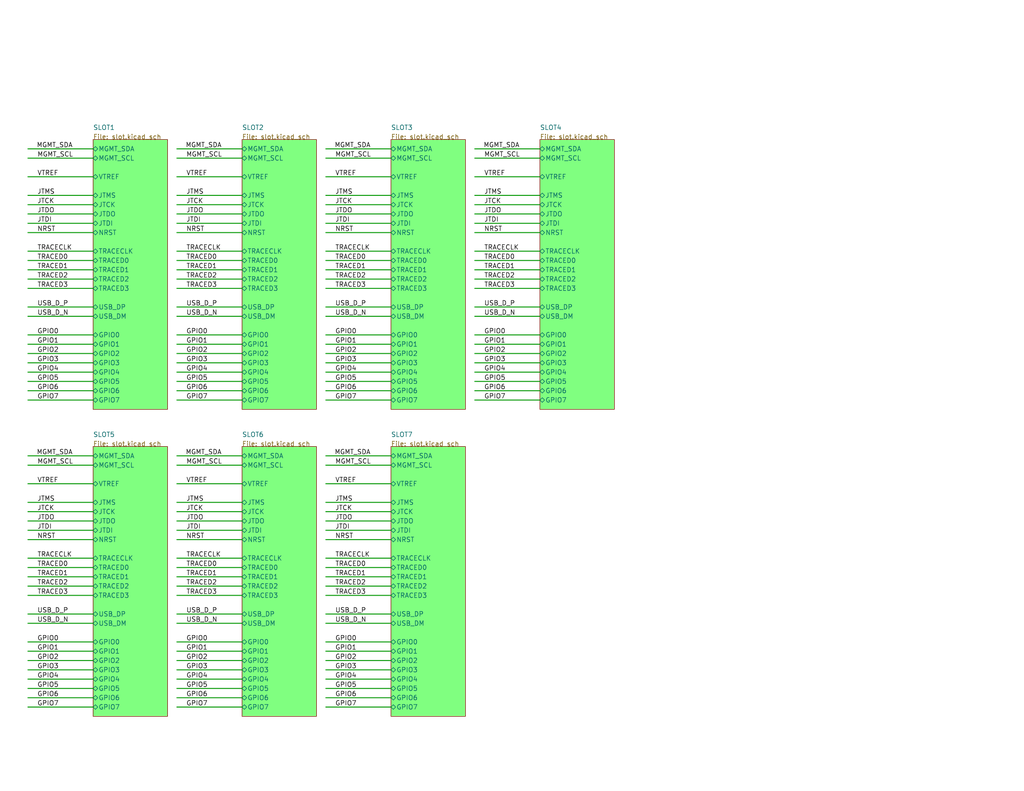
<source format=kicad_sch>
(kicad_sch
	(version 20231120)
	(generator "eeschema")
	(generator_version "8.0")
	(uuid "1d8f490e-3555-41b3-abb0-2807b460c589")
	(paper "A")
	(lib_symbols)
	(wire
		(pts
			(xy 88.9 190.5) (xy 106.68 190.5)
		)
		(stroke
			(width 0.254)
			(type default)
		)
		(uuid "00c232d0-19d1-46a9-8d47-eeba3b7465e5")
	)
	(wire
		(pts
			(xy 88.9 132.08) (xy 106.68 132.08)
		)
		(stroke
			(width 0.254)
			(type default)
		)
		(uuid "017ebe4c-4a2f-4293-b526-f1eead8c069d")
	)
	(wire
		(pts
			(xy 48.26 157.48) (xy 66.04 157.48)
		)
		(stroke
			(width 0.254)
			(type default)
		)
		(uuid "03f2d7ac-42c4-4e93-b068-956938c2b959")
	)
	(wire
		(pts
			(xy 7.62 63.5) (xy 25.4 63.5)
		)
		(stroke
			(width 0.254)
			(type default)
		)
		(uuid "040b2b13-c31d-4d53-a310-443253d06d47")
	)
	(wire
		(pts
			(xy 129.54 63.5) (xy 147.32 63.5)
		)
		(stroke
			(width 0.254)
			(type default)
		)
		(uuid "059e015c-2ff1-4d42-8487-e7bec80f5039")
	)
	(wire
		(pts
			(xy 48.26 193.04) (xy 66.04 193.04)
		)
		(stroke
			(width 0.254)
			(type default)
		)
		(uuid "05e17d58-3bcd-41fa-8ebd-d45863cf0cff")
	)
	(wire
		(pts
			(xy 88.9 180.34) (xy 106.68 180.34)
		)
		(stroke
			(width 0.254)
			(type default)
		)
		(uuid "065355b7-63f7-4e88-9942-82a47ce60c43")
	)
	(wire
		(pts
			(xy 48.26 83.82) (xy 66.04 83.82)
		)
		(stroke
			(width 0.254)
			(type default)
		)
		(uuid "07e48002-b0d0-498d-946a-b14cace5862d")
	)
	(wire
		(pts
			(xy 88.9 142.24) (xy 106.68 142.24)
		)
		(stroke
			(width 0.254)
			(type default)
		)
		(uuid "0802c9ec-42a1-46e2-84b0-971ef052436f")
	)
	(wire
		(pts
			(xy 129.54 40.64) (xy 147.32 40.64)
		)
		(stroke
			(width 0.254)
			(type default)
		)
		(uuid "082a4e34-136f-432d-8285-ac3efd35b209")
	)
	(wire
		(pts
			(xy 88.9 167.64) (xy 106.68 167.64)
		)
		(stroke
			(width 0.254)
			(type default)
		)
		(uuid "0a31865a-1635-4cf1-9999-189dbbb51523")
	)
	(wire
		(pts
			(xy 129.54 55.88) (xy 147.32 55.88)
		)
		(stroke
			(width 0.254)
			(type default)
		)
		(uuid "0b38a798-f688-463f-ace4-a2e40ed34306")
	)
	(wire
		(pts
			(xy 7.62 142.24) (xy 25.4 142.24)
		)
		(stroke
			(width 0.254)
			(type default)
		)
		(uuid "0b8b7583-ed92-4382-9dbb-7b34e11f9c6e")
	)
	(wire
		(pts
			(xy 7.62 93.98) (xy 25.4 93.98)
		)
		(stroke
			(width 0.254)
			(type default)
		)
		(uuid "0e1ae0f4-7a05-4369-87d7-b1fd25688e6c")
	)
	(wire
		(pts
			(xy 129.54 76.2) (xy 147.32 76.2)
		)
		(stroke
			(width 0.254)
			(type default)
		)
		(uuid "11319342-d14c-42a8-9194-9db01dc6fbbf")
	)
	(wire
		(pts
			(xy 7.62 43.18) (xy 25.4 43.18)
		)
		(stroke
			(width 0.254)
			(type default)
		)
		(uuid "121aa7e6-8219-4c73-8344-eecbc1e9ff19")
	)
	(wire
		(pts
			(xy 48.26 48.26) (xy 66.04 48.26)
		)
		(stroke
			(width 0.254)
			(type default)
		)
		(uuid "12744403-97e3-409e-80e6-21df22224680")
	)
	(wire
		(pts
			(xy 7.62 73.66) (xy 25.4 73.66)
		)
		(stroke
			(width 0.254)
			(type default)
		)
		(uuid "13e7ecd4-0fd4-4921-8841-b9f8995934ab")
	)
	(wire
		(pts
			(xy 88.9 48.26) (xy 106.68 48.26)
		)
		(stroke
			(width 0.254)
			(type default)
		)
		(uuid "15512b5e-0b01-446c-a5e9-5e0e2acd6e19")
	)
	(wire
		(pts
			(xy 129.54 86.36) (xy 147.32 86.36)
		)
		(stroke
			(width 0.254)
			(type default)
		)
		(uuid "1625c6b3-b538-4597-bcfc-9c9a663ada38")
	)
	(wire
		(pts
			(xy 129.54 71.12) (xy 147.32 71.12)
		)
		(stroke
			(width 0.254)
			(type default)
		)
		(uuid "1937ea26-d668-4e67-a8f4-e78c76a2a351")
	)
	(wire
		(pts
			(xy 7.62 154.94) (xy 25.4 154.94)
		)
		(stroke
			(width 0.254)
			(type default)
		)
		(uuid "1b5a2cd3-e3f2-4bb4-a119-ed6a1caa21f9")
	)
	(wire
		(pts
			(xy 88.9 76.2) (xy 106.68 76.2)
		)
		(stroke
			(width 0.254)
			(type default)
		)
		(uuid "1b7a3c92-58b5-4be0-928f-aefb6228d055")
	)
	(wire
		(pts
			(xy 88.9 160.02) (xy 106.68 160.02)
		)
		(stroke
			(width 0.254)
			(type default)
		)
		(uuid "1bd6fbdc-8698-4f3e-a51b-a063166acde5")
	)
	(wire
		(pts
			(xy 48.26 71.12) (xy 66.04 71.12)
		)
		(stroke
			(width 0.254)
			(type default)
		)
		(uuid "1ebf2cc3-faca-4d72-bac7-c3595212e1f7")
	)
	(wire
		(pts
			(xy 129.54 83.82) (xy 147.32 83.82)
		)
		(stroke
			(width 0.254)
			(type default)
		)
		(uuid "1fa4836e-2343-4438-bf10-bd943e070557")
	)
	(wire
		(pts
			(xy 48.26 43.18) (xy 66.04 43.18)
		)
		(stroke
			(width 0.254)
			(type default)
		)
		(uuid "20dc6bdc-fb26-4830-95aa-29ed2277364b")
	)
	(wire
		(pts
			(xy 88.9 106.68) (xy 106.68 106.68)
		)
		(stroke
			(width 0.254)
			(type default)
		)
		(uuid "20eb4545-18fc-41f9-ab24-82209becfc4c")
	)
	(wire
		(pts
			(xy 48.26 187.96) (xy 66.04 187.96)
		)
		(stroke
			(width 0.254)
			(type default)
		)
		(uuid "21785c61-1d02-4306-be88-ee25f3f80a3f")
	)
	(wire
		(pts
			(xy 7.62 99.06) (xy 25.4 99.06)
		)
		(stroke
			(width 0.254)
			(type default)
		)
		(uuid "21c65067-2dbf-4fa8-918f-d5618f63ab6d")
	)
	(wire
		(pts
			(xy 88.9 175.26) (xy 106.68 175.26)
		)
		(stroke
			(width 0.254)
			(type default)
		)
		(uuid "22c7f268-f952-48c1-9227-a3494985726c")
	)
	(wire
		(pts
			(xy 7.62 137.16) (xy 25.4 137.16)
		)
		(stroke
			(width 0.254)
			(type default)
		)
		(uuid "24d1ca6b-f88f-4a1a-8e09-0e98cc9e9ba6")
	)
	(wire
		(pts
			(xy 48.26 53.34) (xy 66.04 53.34)
		)
		(stroke
			(width 0.254)
			(type default)
		)
		(uuid "24f645f5-cd47-4287-a764-6f1d7ae08ab7")
	)
	(wire
		(pts
			(xy 88.9 86.36) (xy 106.68 86.36)
		)
		(stroke
			(width 0.254)
			(type default)
		)
		(uuid "2573f960-9341-428c-aed6-80505a71c5c3")
	)
	(wire
		(pts
			(xy 48.26 78.74) (xy 66.04 78.74)
		)
		(stroke
			(width 0.254)
			(type default)
		)
		(uuid "278b8905-52b1-40ad-bee6-2083d32ba805")
	)
	(wire
		(pts
			(xy 88.9 152.4) (xy 106.68 152.4)
		)
		(stroke
			(width 0.254)
			(type default)
		)
		(uuid "28566909-a177-4eb2-a3c2-da6013ed38c4")
	)
	(wire
		(pts
			(xy 48.26 142.24) (xy 66.04 142.24)
		)
		(stroke
			(width 0.254)
			(type default)
		)
		(uuid "296303be-7565-4bb6-bd99-6d07d64c73f7")
	)
	(wire
		(pts
			(xy 129.54 60.96) (xy 147.32 60.96)
		)
		(stroke
			(width 0.254)
			(type default)
		)
		(uuid "2a4a4bdc-c110-40cd-8067-73d5f22342f3")
	)
	(wire
		(pts
			(xy 129.54 96.52) (xy 147.32 96.52)
		)
		(stroke
			(width 0.254)
			(type default)
		)
		(uuid "2cfee935-f095-40ca-a452-91e50868dcf7")
	)
	(wire
		(pts
			(xy 48.26 180.34) (xy 66.04 180.34)
		)
		(stroke
			(width 0.254)
			(type default)
		)
		(uuid "2cff597a-8b54-4185-9805-24ef8bc10a31")
	)
	(wire
		(pts
			(xy 48.26 96.52) (xy 66.04 96.52)
		)
		(stroke
			(width 0.254)
			(type default)
		)
		(uuid "2de10746-343b-454b-acf3-c69a8d957f5f")
	)
	(wire
		(pts
			(xy 48.26 147.32) (xy 66.04 147.32)
		)
		(stroke
			(width 0.254)
			(type default)
		)
		(uuid "3009c98a-172b-4267-8a0d-5c036dec12e1")
	)
	(wire
		(pts
			(xy 7.62 139.7) (xy 25.4 139.7)
		)
		(stroke
			(width 0.254)
			(type default)
		)
		(uuid "327a4758-a556-4155-9afa-8d90a223e659")
	)
	(wire
		(pts
			(xy 88.9 177.8) (xy 106.68 177.8)
		)
		(stroke
			(width 0.254)
			(type default)
		)
		(uuid "3519f11a-c6a0-4a05-bcc6-f90b5502ec91")
	)
	(wire
		(pts
			(xy 7.62 190.5) (xy 25.4 190.5)
		)
		(stroke
			(width 0.254)
			(type default)
		)
		(uuid "3c382fa8-86c0-43d3-b562-f0d1f9185e6d")
	)
	(wire
		(pts
			(xy 7.62 101.6) (xy 25.4 101.6)
		)
		(stroke
			(width 0.254)
			(type default)
		)
		(uuid "3e55eaeb-d98e-4846-b6cf-00ce2e64d669")
	)
	(wire
		(pts
			(xy 7.62 162.56) (xy 25.4 162.56)
		)
		(stroke
			(width 0.254)
			(type default)
		)
		(uuid "3f18c40c-7e47-4c3c-acb4-b26397f51e21")
	)
	(wire
		(pts
			(xy 88.9 193.04) (xy 106.68 193.04)
		)
		(stroke
			(width 0.254)
			(type default)
		)
		(uuid "42db1cd1-243a-4967-b29a-da4235df75ff")
	)
	(wire
		(pts
			(xy 88.9 73.66) (xy 106.68 73.66)
		)
		(stroke
			(width 0.254)
			(type default)
		)
		(uuid "4471201e-2085-4763-9882-0dd24cb724c6")
	)
	(wire
		(pts
			(xy 7.62 48.26) (xy 25.4 48.26)
		)
		(stroke
			(width 0.254)
			(type default)
		)
		(uuid "4536bfd3-8648-4e54-8c31-5103d30f8d73")
	)
	(wire
		(pts
			(xy 7.62 132.08) (xy 25.4 132.08)
		)
		(stroke
			(width 0.254)
			(type default)
		)
		(uuid "459096d5-b528-45d2-bcde-1bc64f0cb629")
	)
	(wire
		(pts
			(xy 48.26 86.36) (xy 66.04 86.36)
		)
		(stroke
			(width 0.254)
			(type default)
		)
		(uuid "4951fef4-63bf-4761-965e-0042e751db1d")
	)
	(wire
		(pts
			(xy 48.26 55.88) (xy 66.04 55.88)
		)
		(stroke
			(width 0.254)
			(type default)
		)
		(uuid "49a62c99-fa11-4764-a48e-be2d00e9ff73")
	)
	(wire
		(pts
			(xy 7.62 53.34) (xy 25.4 53.34)
		)
		(stroke
			(width 0.254)
			(type default)
		)
		(uuid "50805955-6270-4818-b75c-05c92e020b24")
	)
	(wire
		(pts
			(xy 48.26 68.58) (xy 66.04 68.58)
		)
		(stroke
			(width 0.254)
			(type default)
		)
		(uuid "54d19734-f61d-44ca-99c9-097d28fc0141")
	)
	(wire
		(pts
			(xy 88.9 43.18) (xy 106.68 43.18)
		)
		(stroke
			(width 0.254)
			(type default)
		)
		(uuid "55c1baab-3ea2-4cbd-88bd-c3d7c454709c")
	)
	(wire
		(pts
			(xy 48.26 132.08) (xy 66.04 132.08)
		)
		(stroke
			(width 0.254)
			(type default)
		)
		(uuid "563719a3-a866-4655-830f-cfad8b377219")
	)
	(wire
		(pts
			(xy 88.9 78.74) (xy 106.68 78.74)
		)
		(stroke
			(width 0.254)
			(type default)
		)
		(uuid "565a3bfd-2ada-4929-9fa5-5914c25b2812")
	)
	(wire
		(pts
			(xy 48.26 162.56) (xy 66.04 162.56)
		)
		(stroke
			(width 0.254)
			(type default)
		)
		(uuid "567577ce-f293-4961-abf8-a2095f31de25")
	)
	(wire
		(pts
			(xy 7.62 160.02) (xy 25.4 160.02)
		)
		(stroke
			(width 0.254)
			(type default)
		)
		(uuid "57d39fde-ebd4-4e07-8b7a-78aac15b9a02")
	)
	(wire
		(pts
			(xy 88.9 182.88) (xy 106.68 182.88)
		)
		(stroke
			(width 0.254)
			(type default)
		)
		(uuid "5a68ed75-708d-48fe-ba34-648362246143")
	)
	(wire
		(pts
			(xy 88.9 53.34) (xy 106.68 53.34)
		)
		(stroke
			(width 0.254)
			(type default)
		)
		(uuid "5bc4e780-044a-46e7-b528-0f30d4350786")
	)
	(wire
		(pts
			(xy 88.9 187.96) (xy 106.68 187.96)
		)
		(stroke
			(width 0.254)
			(type default)
		)
		(uuid "5ca1ae4d-a105-4fe2-8db9-407175f0896f")
	)
	(wire
		(pts
			(xy 48.26 127) (xy 66.04 127)
		)
		(stroke
			(width 0.254)
			(type default)
		)
		(uuid "5f426622-5a00-43c1-94fa-d689edee029e")
	)
	(wire
		(pts
			(xy 7.62 91.44) (xy 25.4 91.44)
		)
		(stroke
			(width 0.254)
			(type default)
		)
		(uuid "65567d6c-146b-4a5d-bc55-7a4359d3a508")
	)
	(wire
		(pts
			(xy 48.26 160.02) (xy 66.04 160.02)
		)
		(stroke
			(width 0.254)
			(type default)
		)
		(uuid "66be8fb3-673c-4b1d-9166-77575e80f53a")
	)
	(wire
		(pts
			(xy 7.62 106.68) (xy 25.4 106.68)
		)
		(stroke
			(width 0.254)
			(type default)
		)
		(uuid "66f056d9-32e0-4c5b-ad5a-5a680773f1df")
	)
	(wire
		(pts
			(xy 88.9 91.44) (xy 106.68 91.44)
		)
		(stroke
			(width 0.254)
			(type default)
		)
		(uuid "68f899eb-9a0f-442d-a97e-6db6e0a87818")
	)
	(wire
		(pts
			(xy 48.26 177.8) (xy 66.04 177.8)
		)
		(stroke
			(width 0.254)
			(type default)
		)
		(uuid "69e78aa2-4217-4e73-8f3e-546691509d2d")
	)
	(wire
		(pts
			(xy 48.26 104.14) (xy 66.04 104.14)
		)
		(stroke
			(width 0.254)
			(type default)
		)
		(uuid "6a048a7f-ebc5-471b-a704-6cef8ef6ce0c")
	)
	(wire
		(pts
			(xy 7.62 144.78) (xy 25.4 144.78)
		)
		(stroke
			(width 0.254)
			(type default)
		)
		(uuid "6ba04aee-0271-475a-a0de-37106d7fa9ff")
	)
	(wire
		(pts
			(xy 7.62 83.82) (xy 25.4 83.82)
		)
		(stroke
			(width 0.254)
			(type default)
		)
		(uuid "6caae37a-765c-4917-a288-b8bc31a04104")
	)
	(wire
		(pts
			(xy 48.26 93.98) (xy 66.04 93.98)
		)
		(stroke
			(width 0.254)
			(type default)
		)
		(uuid "6cb1af89-4209-4a69-aacf-b593a7efbb7c")
	)
	(wire
		(pts
			(xy 88.9 124.46) (xy 106.68 124.46)
		)
		(stroke
			(width 0.254)
			(type default)
		)
		(uuid "6eebcd39-630d-4fc6-8460-fbfa30f7fd2e")
	)
	(wire
		(pts
			(xy 7.62 170.18) (xy 25.4 170.18)
		)
		(stroke
			(width 0.254)
			(type default)
		)
		(uuid "6f51c697-d096-4276-9ed7-0a472ad79bc2")
	)
	(wire
		(pts
			(xy 7.62 78.74) (xy 25.4 78.74)
		)
		(stroke
			(width 0.254)
			(type default)
		)
		(uuid "6fa694c0-8a86-40f2-9d9e-57ef5e106292")
	)
	(wire
		(pts
			(xy 48.26 154.94) (xy 66.04 154.94)
		)
		(stroke
			(width 0.254)
			(type default)
		)
		(uuid "733775c8-e9fd-4f74-bb65-0d279f5f5035")
	)
	(wire
		(pts
			(xy 7.62 177.8) (xy 25.4 177.8)
		)
		(stroke
			(width 0.254)
			(type default)
		)
		(uuid "7747ea6e-4049-49c4-89fd-746917dfcf9d")
	)
	(wire
		(pts
			(xy 88.9 99.06) (xy 106.68 99.06)
		)
		(stroke
			(width 0.254)
			(type default)
		)
		(uuid "79f3f038-e615-4911-8460-c583be0fa3b9")
	)
	(wire
		(pts
			(xy 7.62 193.04) (xy 25.4 193.04)
		)
		(stroke
			(width 0.254)
			(type default)
		)
		(uuid "7a8a9c9e-4fd5-43ab-95c9-2c2ca73ce802")
	)
	(wire
		(pts
			(xy 7.62 167.64) (xy 25.4 167.64)
		)
		(stroke
			(width 0.254)
			(type default)
		)
		(uuid "7aa55a83-aba5-4986-a443-2732f43058ee")
	)
	(wire
		(pts
			(xy 7.62 127) (xy 25.4 127)
		)
		(stroke
			(width 0.254)
			(type default)
		)
		(uuid "7e4e7bf6-6564-4b8e-a082-057efaf9b451")
	)
	(wire
		(pts
			(xy 48.26 124.46) (xy 66.04 124.46)
		)
		(stroke
			(width 0.254)
			(type default)
		)
		(uuid "7ea30ea9-da8f-4151-a316-069271abcc1e")
	)
	(wire
		(pts
			(xy 7.62 58.42) (xy 25.4 58.42)
		)
		(stroke
			(width 0.254)
			(type default)
		)
		(uuid "801340dc-af6b-488d-88fb-cf122dabe02a")
	)
	(wire
		(pts
			(xy 7.62 96.52) (xy 25.4 96.52)
		)
		(stroke
			(width 0.254)
			(type default)
		)
		(uuid "80615c11-f509-4e14-8d9b-acf7a3d81111")
	)
	(wire
		(pts
			(xy 7.62 157.48) (xy 25.4 157.48)
		)
		(stroke
			(width 0.254)
			(type default)
		)
		(uuid "82ed318a-bc84-42fb-a116-67026236d561")
	)
	(wire
		(pts
			(xy 129.54 106.68) (xy 147.32 106.68)
		)
		(stroke
			(width 0.254)
			(type default)
		)
		(uuid "8892e0c7-539c-4103-835b-ac3f354be0fb")
	)
	(wire
		(pts
			(xy 88.9 96.52) (xy 106.68 96.52)
		)
		(stroke
			(width 0.254)
			(type default)
		)
		(uuid "8922024a-f6f7-4a96-a146-1a82a50c1e58")
	)
	(wire
		(pts
			(xy 7.62 40.64) (xy 25.4 40.64)
		)
		(stroke
			(width 0.254)
			(type default)
		)
		(uuid "89381d6a-bc3c-4182-b810-89ba2edea91b")
	)
	(wire
		(pts
			(xy 48.26 40.64) (xy 66.04 40.64)
		)
		(stroke
			(width 0.254)
			(type default)
		)
		(uuid "8a9a23e0-cd8f-4a4a-a330-95cb6ecc1c6c")
	)
	(wire
		(pts
			(xy 48.26 60.96) (xy 66.04 60.96)
		)
		(stroke
			(width 0.254)
			(type default)
		)
		(uuid "8af3d949-41ef-408e-8f8d-d8fb7acd318e")
	)
	(wire
		(pts
			(xy 88.9 147.32) (xy 106.68 147.32)
		)
		(stroke
			(width 0.254)
			(type default)
		)
		(uuid "8b706c08-49c4-4bc2-826f-ee6e431407ca")
	)
	(wire
		(pts
			(xy 88.9 83.82) (xy 106.68 83.82)
		)
		(stroke
			(width 0.254)
			(type default)
		)
		(uuid "8e8b717a-ddfa-41a7-a2ca-c076f208fb97")
	)
	(wire
		(pts
			(xy 129.54 109.22) (xy 147.32 109.22)
		)
		(stroke
			(width 0.254)
			(type default)
		)
		(uuid "8f8b19c6-b53c-4c82-8500-d225731ec8ce")
	)
	(wire
		(pts
			(xy 7.62 109.22) (xy 25.4 109.22)
		)
		(stroke
			(width 0.254)
			(type default)
		)
		(uuid "9135d9c7-df53-4cb9-a185-c3ad929a33d7")
	)
	(wire
		(pts
			(xy 88.9 185.42) (xy 106.68 185.42)
		)
		(stroke
			(width 0.254)
			(type default)
		)
		(uuid "915a73c1-8599-4419-bff7-af10a60c629b")
	)
	(wire
		(pts
			(xy 48.26 152.4) (xy 66.04 152.4)
		)
		(stroke
			(width 0.254)
			(type default)
		)
		(uuid "916d13ef-e3e6-4878-b1cd-402274f338db")
	)
	(wire
		(pts
			(xy 88.9 109.22) (xy 106.68 109.22)
		)
		(stroke
			(width 0.254)
			(type default)
		)
		(uuid "9353e844-78c7-4255-baf1-03866ec75559")
	)
	(wire
		(pts
			(xy 7.62 76.2) (xy 25.4 76.2)
		)
		(stroke
			(width 0.254)
			(type default)
		)
		(uuid "9bad0595-a595-43fe-8846-16a2ab4b795e")
	)
	(wire
		(pts
			(xy 129.54 101.6) (xy 147.32 101.6)
		)
		(stroke
			(width 0.254)
			(type default)
		)
		(uuid "9dab2ea4-1b82-44b8-a506-18a80d96553c")
	)
	(wire
		(pts
			(xy 88.9 170.18) (xy 106.68 170.18)
		)
		(stroke
			(width 0.254)
			(type default)
		)
		(uuid "9f9790b2-1d22-4726-9ad0-aecd22395d2f")
	)
	(wire
		(pts
			(xy 48.26 91.44) (xy 66.04 91.44)
		)
		(stroke
			(width 0.254)
			(type default)
		)
		(uuid "a095da8c-8d87-4412-8ff6-f80983c26212")
	)
	(wire
		(pts
			(xy 129.54 104.14) (xy 147.32 104.14)
		)
		(stroke
			(width 0.254)
			(type default)
		)
		(uuid "a5b6dda2-01a5-406e-853d-79dfff848dae")
	)
	(wire
		(pts
			(xy 129.54 73.66) (xy 147.32 73.66)
		)
		(stroke
			(width 0.254)
			(type default)
		)
		(uuid "a82baef2-9758-4520-a093-918a44e96bee")
	)
	(wire
		(pts
			(xy 48.26 144.78) (xy 66.04 144.78)
		)
		(stroke
			(width 0.254)
			(type default)
		)
		(uuid "a95132fa-34d9-4a4a-b587-13ae100eb969")
	)
	(wire
		(pts
			(xy 48.26 167.64) (xy 66.04 167.64)
		)
		(stroke
			(width 0.254)
			(type default)
		)
		(uuid "a9636dd1-721f-4427-8b61-8f6feec54aac")
	)
	(wire
		(pts
			(xy 88.9 55.88) (xy 106.68 55.88)
		)
		(stroke
			(width 0.254)
			(type default)
		)
		(uuid "a96f2c89-20bd-4124-b839-a316ee441dfb")
	)
	(wire
		(pts
			(xy 88.9 93.98) (xy 106.68 93.98)
		)
		(stroke
			(width 0.254)
			(type default)
		)
		(uuid "a9dda650-da9f-42e2-80b1-9e0d7c22a68e")
	)
	(wire
		(pts
			(xy 48.26 106.68) (xy 66.04 106.68)
		)
		(stroke
			(width 0.254)
			(type default)
		)
		(uuid "aaac91d4-6e51-4864-99e1-ace4932e4817")
	)
	(wire
		(pts
			(xy 129.54 99.06) (xy 147.32 99.06)
		)
		(stroke
			(width 0.254)
			(type default)
		)
		(uuid "af815d79-7212-4d69-a7cc-efbe5294404f")
	)
	(wire
		(pts
			(xy 88.9 40.64) (xy 106.68 40.64)
		)
		(stroke
			(width 0.254)
			(type default)
		)
		(uuid "b03d4c36-6fee-4b71-a60b-b90199d47f3b")
	)
	(wire
		(pts
			(xy 48.26 101.6) (xy 66.04 101.6)
		)
		(stroke
			(width 0.254)
			(type default)
		)
		(uuid "b34f4e1a-79c6-4c80-9214-aa788d9405c1")
	)
	(wire
		(pts
			(xy 7.62 86.36) (xy 25.4 86.36)
		)
		(stroke
			(width 0.254)
			(type default)
		)
		(uuid "b40cbf38-3164-4e08-ad28-227a5c4afede")
	)
	(wire
		(pts
			(xy 48.26 170.18) (xy 66.04 170.18)
		)
		(stroke
			(width 0.254)
			(type default)
		)
		(uuid "b490cf46-fc48-4902-b25a-994ee50ad51f")
	)
	(wire
		(pts
			(xy 48.26 190.5) (xy 66.04 190.5)
		)
		(stroke
			(width 0.254)
			(type default)
		)
		(uuid "b4d8dda7-98b1-4d77-9c64-8e309e0a828b")
	)
	(wire
		(pts
			(xy 88.9 58.42) (xy 106.68 58.42)
		)
		(stroke
			(width 0.254)
			(type default)
		)
		(uuid "b6ba5ff3-c908-4190-a950-114631a5d2b3")
	)
	(wire
		(pts
			(xy 48.26 139.7) (xy 66.04 139.7)
		)
		(stroke
			(width 0.254)
			(type default)
		)
		(uuid "ba5ebb69-b4b3-4961-9fcc-b3b69ef0251d")
	)
	(wire
		(pts
			(xy 88.9 104.14) (xy 106.68 104.14)
		)
		(stroke
			(width 0.254)
			(type default)
		)
		(uuid "bb707733-7de2-48b8-bb97-06d08b98a0ac")
	)
	(wire
		(pts
			(xy 88.9 101.6) (xy 106.68 101.6)
		)
		(stroke
			(width 0.254)
			(type default)
		)
		(uuid "bd491fd8-9554-402b-ad30-2f1574fefe6c")
	)
	(wire
		(pts
			(xy 48.26 63.5) (xy 66.04 63.5)
		)
		(stroke
			(width 0.254)
			(type default)
		)
		(uuid "bd62ca25-5779-4d6c-86cb-1b52e5e42d3e")
	)
	(wire
		(pts
			(xy 48.26 137.16) (xy 66.04 137.16)
		)
		(stroke
			(width 0.254)
			(type default)
		)
		(uuid "be240ff9-43a8-420c-a761-7c8e37391b67")
	)
	(wire
		(pts
			(xy 88.9 71.12) (xy 106.68 71.12)
		)
		(stroke
			(width 0.254)
			(type default)
		)
		(uuid "bfa96938-50f0-40cb-9e31-43a6ec8ab713")
	)
	(wire
		(pts
			(xy 88.9 157.48) (xy 106.68 157.48)
		)
		(stroke
			(width 0.254)
			(type default)
		)
		(uuid "c300332c-f425-4546-bcc2-bf70ecb952c4")
	)
	(wire
		(pts
			(xy 48.26 175.26) (xy 66.04 175.26)
		)
		(stroke
			(width 0.254)
			(type default)
		)
		(uuid "c40da8aa-403f-4685-9b7b-08f9a59eca3a")
	)
	(wire
		(pts
			(xy 88.9 144.78) (xy 106.68 144.78)
		)
		(stroke
			(width 0.254)
			(type default)
		)
		(uuid "c524d13a-ee77-4857-a6e3-ed71b027c11c")
	)
	(wire
		(pts
			(xy 7.62 180.34) (xy 25.4 180.34)
		)
		(stroke
			(width 0.254)
			(type default)
		)
		(uuid "c7975dff-6b12-4872-a2c4-2894e3ecaf40")
	)
	(wire
		(pts
			(xy 48.26 76.2) (xy 66.04 76.2)
		)
		(stroke
			(width 0.254)
			(type default)
		)
		(uuid "c90f6c18-ed2a-41c4-a75d-9f03c6d2bf43")
	)
	(wire
		(pts
			(xy 7.62 104.14) (xy 25.4 104.14)
		)
		(stroke
			(width 0.254)
			(type default)
		)
		(uuid "c94b37ac-1994-4593-b2c1-dcef66024680")
	)
	(wire
		(pts
			(xy 88.9 137.16) (xy 106.68 137.16)
		)
		(stroke
			(width 0.254)
			(type default)
		)
		(uuid "cc41022d-99ce-4d45-bd29-ee0bf5d2be4b")
	)
	(wire
		(pts
			(xy 129.54 48.26) (xy 147.32 48.26)
		)
		(stroke
			(width 0.254)
			(type default)
		)
		(uuid "cffb6497-a609-4045-baa7-ac528ed4295d")
	)
	(wire
		(pts
			(xy 129.54 93.98) (xy 147.32 93.98)
		)
		(stroke
			(width 0.254)
			(type default)
		)
		(uuid "d05562a6-7366-47ca-b42c-a4ac30e3d076")
	)
	(wire
		(pts
			(xy 48.26 58.42) (xy 66.04 58.42)
		)
		(stroke
			(width 0.254)
			(type default)
		)
		(uuid "d1f586dd-c4da-4081-ad0d-2bab96a87630")
	)
	(wire
		(pts
			(xy 129.54 58.42) (xy 147.32 58.42)
		)
		(stroke
			(width 0.254)
			(type default)
		)
		(uuid "d473c805-aa73-4822-bad0-dccedba95e73")
	)
	(wire
		(pts
			(xy 129.54 43.18) (xy 147.32 43.18)
		)
		(stroke
			(width 0.254)
			(type default)
		)
		(uuid "d7c8a642-b9e0-43a9-a341-9d1f2f815e6f")
	)
	(wire
		(pts
			(xy 7.62 55.88) (xy 25.4 55.88)
		)
		(stroke
			(width 0.254)
			(type default)
		)
		(uuid "db9cdcfa-0fb4-40db-bee7-ddd6cea23e84")
	)
	(wire
		(pts
			(xy 129.54 91.44) (xy 147.32 91.44)
		)
		(stroke
			(width 0.254)
			(type default)
		)
		(uuid "dc80955c-72ad-44bd-b3f9-e0e8a7136ee6")
	)
	(wire
		(pts
			(xy 7.62 124.46) (xy 25.4 124.46)
		)
		(stroke
			(width 0.254)
			(type default)
		)
		(uuid "dd16924e-fd20-427a-82e9-a476ebc91029")
	)
	(wire
		(pts
			(xy 129.54 53.34) (xy 147.32 53.34)
		)
		(stroke
			(width 0.254)
			(type default)
		)
		(uuid "ddcd57e5-49d2-4618-b0b9-e2321115ce8d")
	)
	(wire
		(pts
			(xy 88.9 139.7) (xy 106.68 139.7)
		)
		(stroke
			(width 0.254)
			(type default)
		)
		(uuid "e157b274-adee-4bec-98fb-dc91cf1de3c3")
	)
	(wire
		(pts
			(xy 48.26 185.42) (xy 66.04 185.42)
		)
		(stroke
			(width 0.254)
			(type default)
		)
		(uuid "e1f3492c-2146-49f8-9a7c-9dcb8e8562c6")
	)
	(wire
		(pts
			(xy 7.62 71.12) (xy 25.4 71.12)
		)
		(stroke
			(width 0.254)
			(type default)
		)
		(uuid "e2523f17-6c32-44c6-84c6-2506aca5d190")
	)
	(wire
		(pts
			(xy 48.26 109.22) (xy 66.04 109.22)
		)
		(stroke
			(width 0.254)
			(type default)
		)
		(uuid "e2fbf4db-ec9b-401d-bfe0-859a20044444")
	)
	(wire
		(pts
			(xy 7.62 182.88) (xy 25.4 182.88)
		)
		(stroke
			(width 0.254)
			(type default)
		)
		(uuid "e52fde91-756c-4469-b3ec-d2a11028f9ea")
	)
	(wire
		(pts
			(xy 88.9 63.5) (xy 106.68 63.5)
		)
		(stroke
			(width 0.254)
			(type default)
		)
		(uuid "e533a636-7e94-46d6-9783-ec67e579c888")
	)
	(wire
		(pts
			(xy 7.62 175.26) (xy 25.4 175.26)
		)
		(stroke
			(width 0.254)
			(type default)
		)
		(uuid "e562e3cf-1825-4f56-b04e-72bbb2e4b1fb")
	)
	(wire
		(pts
			(xy 88.9 127) (xy 106.68 127)
		)
		(stroke
			(width 0.254)
			(type default)
		)
		(uuid "e7d8dd24-4c23-402c-acff-d7bf7ab2a978")
	)
	(wire
		(pts
			(xy 129.54 78.74) (xy 147.32 78.74)
		)
		(stroke
			(width 0.254)
			(type default)
		)
		(uuid "ea3f37ed-af03-48bb-acbd-6038355e07e3")
	)
	(wire
		(pts
			(xy 7.62 68.58) (xy 25.4 68.58)
		)
		(stroke
			(width 0.254)
			(type default)
		)
		(uuid "ea525bf4-2aa1-4f02-89b0-725b7e26878c")
	)
	(wire
		(pts
			(xy 88.9 68.58) (xy 106.68 68.58)
		)
		(stroke
			(width 0.254)
			(type default)
		)
		(uuid "ea83b5c6-4531-4814-adc6-1da7620589a8")
	)
	(wire
		(pts
			(xy 48.26 99.06) (xy 66.04 99.06)
		)
		(stroke
			(width 0.254)
			(type default)
		)
		(uuid "eae343c8-47ce-415b-8ce2-081222301918")
	)
	(wire
		(pts
			(xy 7.62 147.32) (xy 25.4 147.32)
		)
		(stroke
			(width 0.254)
			(type default)
		)
		(uuid "ec20613b-3318-492b-85db-944f0a99c7ab")
	)
	(wire
		(pts
			(xy 7.62 152.4) (xy 25.4 152.4)
		)
		(stroke
			(width 0.254)
			(type default)
		)
		(uuid "ec6ae8ad-11a9-4103-ba71-8dccee1c2bdd")
	)
	(wire
		(pts
			(xy 7.62 185.42) (xy 25.4 185.42)
		)
		(stroke
			(width 0.254)
			(type default)
		)
		(uuid "eca81023-38f2-4e34-9190-99db521cf235")
	)
	(wire
		(pts
			(xy 88.9 154.94) (xy 106.68 154.94)
		)
		(stroke
			(width 0.254)
			(type default)
		)
		(uuid "edd40268-6c3b-4491-8125-e36248297a39")
	)
	(wire
		(pts
			(xy 129.54 68.58) (xy 147.32 68.58)
		)
		(stroke
			(width 0.254)
			(type default)
		)
		(uuid "f2cc0279-74d8-427b-991a-ae58ada0bd25")
	)
	(wire
		(pts
			(xy 48.26 182.88) (xy 66.04 182.88)
		)
		(stroke
			(width 0.254)
			(type default)
		)
		(uuid "f37ceabb-9338-433d-b3ba-debf89120d5c")
	)
	(wire
		(pts
			(xy 7.62 60.96) (xy 25.4 60.96)
		)
		(stroke
			(width 0.254)
			(type default)
		)
		(uuid "f5607cf5-e31c-45be-8038-6e516a2a6199")
	)
	(wire
		(pts
			(xy 48.26 73.66) (xy 66.04 73.66)
		)
		(stroke
			(width 0.254)
			(type default)
		)
		(uuid "f8d70c07-af10-4671-947b-8400fde9facf")
	)
	(wire
		(pts
			(xy 88.9 60.96) (xy 106.68 60.96)
		)
		(stroke
			(width 0.254)
			(type default)
		)
		(uuid "f98cb2f2-1185-4e47-ba51-947aa41fc790")
	)
	(wire
		(pts
			(xy 88.9 162.56) (xy 106.68 162.56)
		)
		(stroke
			(width 0.254)
			(type default)
		)
		(uuid "faad648d-734e-46ac-b865-70a5185125f1")
	)
	(wire
		(pts
			(xy 7.62 187.96) (xy 25.4 187.96)
		)
		(stroke
			(width 0.254)
			(type default)
		)
		(uuid "fcf17357-e149-40ea-a312-19fe423f47a5")
	)
	(label "GPIO1"
		(at 132.08 93.98 0)
		(effects
			(font
				(size 1.27 1.27)
			)
			(justify left bottom)
		)
		(uuid "06df49d1-fb69-4f03-b541-129a42f596da")
	)
	(label "TRACED2"
		(at 50.8 76.2 0)
		(effects
			(font
				(size 1.27 1.27)
			)
			(justify left bottom)
		)
		(uuid "0791dc36-4ca8-4b78-afd6-60293b669109")
	)
	(label "JTCK"
		(at 10.16 139.7 0)
		(effects
			(font
				(size 1.27 1.27)
			)
			(justify left bottom)
		)
		(uuid "07a0b01e-254a-447b-8ead-cafcb698dc24")
	)
	(label "GPIO5"
		(at 10.16 187.96 0)
		(effects
			(font
				(size 1.27 1.27)
			)
			(justify left bottom)
		)
		(uuid "09fe2249-beec-4d25-9028-fe0d64f26518")
	)
	(label "MGMT_SDA"
		(at 50.629 124.46 0)
		(effects
			(font
				(size 1.27 1.27)
			)
			(justify left bottom)
		)
		(uuid "0c7273ff-0884-45fd-b482-d5c57e79ef55")
	)
	(label "TRACED0"
		(at 132.08 71.12 0)
		(effects
			(font
				(size 1.27 1.27)
			)
			(justify left bottom)
		)
		(uuid "120d6a82-8a9c-4107-b9d6-dffeb48ec567")
	)
	(label "MGMT_SDA"
		(at 131.909 40.64 0)
		(effects
			(font
				(size 1.27 1.27)
			)
			(justify left bottom)
		)
		(uuid "12b1257a-1ff2-48f5-9388-41e724bb69c6")
	)
	(label "USB_D_N"
		(at 91.44 170.18 0)
		(effects
			(font
				(size 1.27 1.27)
			)
			(justify left bottom)
		)
		(uuid "155e29c6-9f56-40c3-8dca-c530341f3832")
	)
	(label "USB_D_N"
		(at 91.44 86.36 0)
		(effects
			(font
				(size 1.27 1.27)
			)
			(justify left bottom)
		)
		(uuid "18cda73d-6499-41ff-afe5-4d45bee1fb0b")
	)
	(label "JTDI"
		(at 50.8 60.96 0)
		(effects
			(font
				(size 1.27 1.27)
			)
			(justify left bottom)
		)
		(uuid "1bd5a44a-7caa-4be8-b533-e7e17338e50e")
	)
	(label "GPIO2"
		(at 50.8 96.52 0)
		(effects
			(font
				(size 1.27 1.27)
			)
			(justify left bottom)
		)
		(uuid "1c7d1e8a-e469-4de8-a1e8-73a97245ab3d")
	)
	(label "GPIO7"
		(at 10.16 109.22 0)
		(effects
			(font
				(size 1.27 1.27)
			)
			(justify left bottom)
		)
		(uuid "21c90556-d477-46aa-a8dc-b78a269f14f5")
	)
	(label "NRST"
		(at 10.16 63.5 0)
		(effects
			(font
				(size 1.27 1.27)
			)
			(justify left bottom)
		)
		(uuid "24a40a17-6ed5-45c1-8479-d81c1325c8e6")
	)
	(label "GPIO1"
		(at 10.16 177.8 0)
		(effects
			(font
				(size 1.27 1.27)
			)
			(justify left bottom)
		)
		(uuid "276dce45-6661-47e8-9d8c-f37bf774aeac")
	)
	(label "USB_D_N"
		(at 50.8 86.36 0)
		(effects
			(font
				(size 1.27 1.27)
			)
			(justify left bottom)
		)
		(uuid "277c6d0d-70e2-4457-8310-3dc9ba30f7d0")
	)
	(label "GPIO0"
		(at 91.44 91.44 0)
		(effects
			(font
				(size 1.27 1.27)
			)
			(justify left bottom)
		)
		(uuid "2933dae5-b30f-40c5-8f2b-9df269f589c6")
	)
	(label "GPIO3"
		(at 50.8 182.88 0)
		(effects
			(font
				(size 1.27 1.27)
			)
			(justify left bottom)
		)
		(uuid "2d6bd6a2-ad9a-414c-bdb1-b8f2043fa283")
	)
	(label "TRACECLK"
		(at 50.8 152.4 0)
		(effects
			(font
				(size 1.27 1.27)
			)
			(justify left bottom)
		)
		(uuid "2de6e8d8-f36c-4b02-8c8c-066c5c81c275")
	)
	(label "GPIO5"
		(at 132.08 104.14 0)
		(effects
			(font
				(size 1.27 1.27)
			)
			(justify left bottom)
		)
		(uuid "2e317ea9-8335-49e3-b740-67d72e8e023c")
	)
	(label "GPIO3"
		(at 91.44 99.06 0)
		(effects
			(font
				(size 1.27 1.27)
			)
			(justify left bottom)
		)
		(uuid "320f7ea7-a33f-4aff-948d-ce0483e2af5d")
	)
	(label "GPIO0"
		(at 10.16 175.26 0)
		(effects
			(font
				(size 1.27 1.27)
			)
			(justify left bottom)
		)
		(uuid "37358fd2-198f-4e48-a276-1b9439df3f1c")
	)
	(label "GPIO4"
		(at 91.44 185.42 0)
		(effects
			(font
				(size 1.27 1.27)
			)
			(justify left bottom)
		)
		(uuid "38518afd-b97e-4446-ae26-597e250ec03f")
	)
	(label "USB_D_N"
		(at 132.08 86.36 0)
		(effects
			(font
				(size 1.27 1.27)
			)
			(justify left bottom)
		)
		(uuid "38703edc-fe24-444e-b9d0-139fd7b1231a")
	)
	(label "TRACED2"
		(at 50.8 160.02 0)
		(effects
			(font
				(size 1.27 1.27)
			)
			(justify left bottom)
		)
		(uuid "396d4186-c05b-47b7-8da8-2ee493471529")
	)
	(label "GPIO0"
		(at 10.16 91.44 0)
		(effects
			(font
				(size 1.27 1.27)
			)
			(justify left bottom)
		)
		(uuid "3a6b1c37-f946-45c1-8ed7-bc0fa16ba0eb")
	)
	(label "GPIO3"
		(at 10.16 182.88 0)
		(effects
			(font
				(size 1.27 1.27)
			)
			(justify left bottom)
		)
		(uuid "3be87396-3319-4eb1-b964-47f8be6c7417")
	)
	(label "TRACED2"
		(at 91.44 160.02 0)
		(effects
			(font
				(size 1.27 1.27)
			)
			(justify left bottom)
		)
		(uuid "3c1f4985-215d-42fc-802f-35dd81fbf0f3")
	)
	(label "GPIO1"
		(at 10.16 93.98 0)
		(effects
			(font
				(size 1.27 1.27)
			)
			(justify left bottom)
		)
		(uuid "3c395a08-71ee-4392-9753-b198a4207b68")
	)
	(label "VTREF"
		(at 91.44 48.26 0)
		(effects
			(font
				(size 1.27 1.27)
			)
			(justify left bottom)
		)
		(uuid "3c97866f-2391-4e80-ad54-a38472dcc724")
	)
	(label "MGMT_SCL"
		(at 132.08 43.18 0)
		(effects
			(font
				(size 1.27 1.27)
			)
			(justify left bottom)
		)
		(uuid "3d452710-6521-4027-8a7d-25c829016dba")
	)
	(label "GPIO6"
		(at 50.8 190.5 0)
		(effects
			(font
				(size 1.27 1.27)
			)
			(justify left bottom)
		)
		(uuid "3d569c4b-219a-41f2-8a22-f2313489d9c9")
	)
	(label "GPIO2"
		(at 10.16 96.52 0)
		(effects
			(font
				(size 1.27 1.27)
			)
			(justify left bottom)
		)
		(uuid "416cc75d-2755-4a07-8ea5-99cdecc0be17")
	)
	(label "JTDO"
		(at 50.8 142.24 0)
		(effects
			(font
				(size 1.27 1.27)
			)
			(justify left bottom)
		)
		(uuid "41b7a80d-4f79-46bb-974e-e28e1b6a9630")
	)
	(label "JTCK"
		(at 91.44 139.7 0)
		(effects
			(font
				(size 1.27 1.27)
			)
			(justify left bottom)
		)
		(uuid "426e29da-0ca7-4804-9618-2cb1edb0d57a")
	)
	(label "TRACED1"
		(at 132.08 73.66 0)
		(effects
			(font
				(size 1.27 1.27)
			)
			(justify left bottom)
		)
		(uuid "4349e43d-f98c-4d7f-8f83-02a69a1ba2c8")
	)
	(label "MGMT_SDA"
		(at 9.989 40.64 0)
		(effects
			(font
				(size 1.27 1.27)
			)
			(justify left bottom)
		)
		(uuid "4374fa94-22c0-44b7-a91a-f9d606c9c7bb")
	)
	(label "JTCK"
		(at 132.08 55.88 0)
		(effects
			(font
				(size 1.27 1.27)
			)
			(justify left bottom)
		)
		(uuid "4695145b-769a-4032-b262-2935153bc8c9")
	)
	(label "USB_D_P"
		(at 50.8 83.82 0)
		(effects
			(font
				(size 1.27 1.27)
			)
			(justify left bottom)
		)
		(uuid "4c5e5344-b200-477b-8a06-eb847fd30939")
	)
	(label "GPIO7"
		(at 91.44 193.04 0)
		(effects
			(font
				(size 1.27 1.27)
			)
			(justify left bottom)
		)
		(uuid "50c16dc1-88cb-4942-b614-eee3b4e8bec6")
	)
	(label "VTREF"
		(at 10.16 48.26 0)
		(effects
			(font
				(size 1.27 1.27)
			)
			(justify left bottom)
		)
		(uuid "50e8e8b3-d54c-4bff-ba35-b2910a4ecf55")
	)
	(label "USB_D_P"
		(at 50.8 167.64 0)
		(effects
			(font
				(size 1.27 1.27)
			)
			(justify left bottom)
		)
		(uuid "52348eaa-1734-4808-84f1-708dd774df26")
	)
	(label "TRACED0"
		(at 91.44 154.94 0)
		(effects
			(font
				(size 1.27 1.27)
			)
			(justify left bottom)
		)
		(uuid "552d69e1-d1a8-420b-a519-843f0864a120")
	)
	(label "MGMT_SDA"
		(at 50.629 40.64 0)
		(effects
			(font
				(size 1.27 1.27)
			)
			(justify left bottom)
		)
		(uuid "59120fa1-e21f-43bc-864a-a27aa745c103")
	)
	(label "JTMS"
		(at 91.44 53.34 0)
		(effects
			(font
				(size 1.27 1.27)
			)
			(justify left bottom)
		)
		(uuid "5b08d2aa-1152-4255-b5b8-7851eaf421f7")
	)
	(label "NRST"
		(at 10.16 147.32 0)
		(effects
			(font
				(size 1.27 1.27)
			)
			(justify left bottom)
		)
		(uuid "5e03ab1e-b60e-4fb1-9696-bedeb57a44b6")
	)
	(label "JTCK"
		(at 50.8 139.7 0)
		(effects
			(font
				(size 1.27 1.27)
			)
			(justify left bottom)
		)
		(uuid "5fc79f0c-f206-4990-9ec2-8e49d105be4c")
	)
	(label "TRACED1"
		(at 10.16 157.48 0)
		(effects
			(font
				(size 1.27 1.27)
			)
			(justify left bottom)
		)
		(uuid "6192bf06-49be-4fb0-afe9-0f34fd0d4fb0")
	)
	(label "GPIO0"
		(at 50.8 91.44 0)
		(effects
			(font
				(size 1.27 1.27)
			)
			(justify left bottom)
		)
		(uuid "63bb5eee-0426-44f1-8d2c-c594e6b79ecb")
	)
	(label "GPIO4"
		(at 50.8 101.6 0)
		(effects
			(font
				(size 1.27 1.27)
			)
			(justify left bottom)
		)
		(uuid "640643fd-2ba7-4570-87a5-64ff5a86fafe")
	)
	(label "MGMT_SDA"
		(at 9.989 124.46 0)
		(effects
			(font
				(size 1.27 1.27)
			)
			(justify left bottom)
		)
		(uuid "65503128-edb2-4a3f-895c-806e10aa6126")
	)
	(label "NRST"
		(at 50.8 147.32 0)
		(effects
			(font
				(size 1.27 1.27)
			)
			(justify left bottom)
		)
		(uuid "6726e0d6-d7bd-4007-9d6f-0d867642bd19")
	)
	(label "GPIO2"
		(at 50.8 180.34 0)
		(effects
			(font
				(size 1.27 1.27)
			)
			(justify left bottom)
		)
		(uuid "693232ac-4a7e-49c5-ad4f-461a96effef4")
	)
	(label "GPIO5"
		(at 50.8 187.96 0)
		(effects
			(font
				(size 1.27 1.27)
			)
			(justify left bottom)
		)
		(uuid "693c69c1-2823-4365-a63b-a522d2fd3cc2")
	)
	(label "GPIO5"
		(at 91.44 104.14 0)
		(effects
			(font
				(size 1.27 1.27)
			)
			(justify left bottom)
		)
		(uuid "6961b908-6fe4-4d22-8e8b-64573d4a2e92")
	)
	(label "JTMS"
		(at 10.16 137.16 0)
		(effects
			(font
				(size 1.27 1.27)
			)
			(justify left bottom)
		)
		(uuid "69a90443-764f-4a18-af8b-ea416c8c7d08")
	)
	(label "JTDI"
		(at 91.44 60.96 0)
		(effects
			(font
				(size 1.27 1.27)
			)
			(justify left bottom)
		)
		(uuid "6b60f294-3617-49b3-85fb-7e548208e8a0")
	)
	(label "GPIO3"
		(at 10.16 99.06 0)
		(effects
			(font
				(size 1.27 1.27)
			)
			(justify left bottom)
		)
		(uuid "6bf85e39-29db-4ef6-afff-3da7295f7934")
	)
	(label "GPIO4"
		(at 91.44 101.6 0)
		(effects
			(font
				(size 1.27 1.27)
			)
			(justify left bottom)
		)
		(uuid "6e54b526-f04f-4584-87c9-f9378b6bc6ba")
	)
	(label "GPIO7"
		(at 50.8 109.22 0)
		(effects
			(font
				(size 1.27 1.27)
			)
			(justify left bottom)
		)
		(uuid "6f742983-d2fb-44a7-a0cc-2c3a89c6ad87")
	)
	(label "TRACECLK"
		(at 132.08 68.58 0)
		(effects
			(font
				(size 1.27 1.27)
			)
			(justify left bottom)
		)
		(uuid "700df673-85ae-4d24-b162-8be5a16d0fb0")
	)
	(label "GPIO0"
		(at 91.44 175.26 0)
		(effects
			(font
				(size 1.27 1.27)
			)
			(justify left bottom)
		)
		(uuid "72982a8e-af70-42b6-a2b9-151ea786d772")
	)
	(label "TRACECLK"
		(at 10.16 152.4 0)
		(effects
			(font
				(size 1.27 1.27)
			)
			(justify left bottom)
		)
		(uuid "78fdfdbc-a1c3-4284-8554-e542ff7a8cb6")
	)
	(label "JTDO"
		(at 91.44 58.42 0)
		(effects
			(font
				(size 1.27 1.27)
			)
			(justify left bottom)
		)
		(uuid "7939f968-417c-4797-8477-24d805a5ba5f")
	)
	(label "MGMT_SCL"
		(at 50.8 43.18 0)
		(effects
			(font
				(size 1.27 1.27)
			)
			(justify left bottom)
		)
		(uuid "79712ce2-1192-46d4-bd9c-2522c543a810")
	)
	(label "TRACED1"
		(at 91.44 157.48 0)
		(effects
			(font
				(size 1.27 1.27)
			)
			(justify left bottom)
		)
		(uuid "7d1073f4-53f8-457c-9ca3-d22a1d12b282")
	)
	(label "TRACED0"
		(at 91.44 71.12 0)
		(effects
			(font
				(size 1.27 1.27)
			)
			(justify left bottom)
		)
		(uuid "7d48011d-31a8-4668-9caa-2b5254d5b812")
	)
	(label "NRST"
		(at 50.8 63.5 0)
		(effects
			(font
				(size 1.27 1.27)
			)
			(justify left bottom)
		)
		(uuid "7d70a672-610f-4696-ad90-bcab8d9beebd")
	)
	(label "GPIO2"
		(at 91.44 180.34 0)
		(effects
			(font
				(size 1.27 1.27)
			)
			(justify left bottom)
		)
		(uuid "7e84bb80-1951-4a29-8931-3a9e688ce410")
	)
	(label "USB_D_P"
		(at 91.44 83.82 0)
		(effects
			(font
				(size 1.27 1.27)
			)
			(justify left bottom)
		)
		(uuid "7eb8f7c5-c042-485d-8d24-dedc96e913c1")
	)
	(label "GPIO3"
		(at 91.44 182.88 0)
		(effects
			(font
				(size 1.27 1.27)
			)
			(justify left bottom)
		)
		(uuid "7ee455a7-fa46-4c30-a647-e1f388eff85c")
	)
	(label "GPIO3"
		(at 132.08 99.06 0)
		(effects
			(font
				(size 1.27 1.27)
			)
			(justify left bottom)
		)
		(uuid "80ca337c-87bc-46f7-8965-b7088e77c0a9")
	)
	(label "GPIO0"
		(at 50.8 175.26 0)
		(effects
			(font
				(size 1.27 1.27)
			)
			(justify left bottom)
		)
		(uuid "8104dac3-fe35-4ae2-b68d-7f7f5c770c0b")
	)
	(label "GPIO6"
		(at 91.44 106.68 0)
		(effects
			(font
				(size 1.27 1.27)
			)
			(justify left bottom)
		)
		(uuid "82029534-1831-4062-823e-a7ff01955729")
	)
	(label "JTDO"
		(at 10.16 58.42 0)
		(effects
			(font
				(size 1.27 1.27)
			)
			(justify left bottom)
		)
		(uuid "8445396f-8bb8-48ec-80a0-c4cb605f08f0")
	)
	(label "GPIO4"
		(at 132.08 101.6 0)
		(effects
			(font
				(size 1.27 1.27)
			)
			(justify left bottom)
		)
		(uuid "84972afe-f2c1-4a36-9178-f28abddba147")
	)
	(label "JTCK"
		(at 91.44 55.88 0)
		(effects
			(font
				(size 1.27 1.27)
			)
			(justify left bottom)
		)
		(uuid "84aad4ec-d1a8-4d84-891a-0ccfa4875065")
	)
	(label "GPIO6"
		(at 132.08 106.68 0)
		(effects
			(font
				(size 1.27 1.27)
			)
			(justify left bottom)
		)
		(uuid "8553eeba-9c20-4d71-8a60-e27387c6c855")
	)
	(label "TRACED3"
		(at 132.08 78.74 0)
		(effects
			(font
				(size 1.27 1.27)
			)
			(justify left bottom)
		)
		(uuid "85749762-d196-4a01-bee3-0e562c4d7295")
	)
	(label "JTDO"
		(at 132.08 58.42 0)
		(effects
			(font
				(size 1.27 1.27)
			)
			(justify left bottom)
		)
		(uuid "880b008e-ff11-4463-8490-972a755c220d")
	)
	(label "GPIO1"
		(at 91.44 177.8 0)
		(effects
			(font
				(size 1.27 1.27)
			)
			(justify left bottom)
		)
		(uuid "8aa5a48b-9221-4131-92e4-2cd2e7f1b90d")
	)
	(label "GPIO7"
		(at 91.44 109.22 0)
		(effects
			(font
				(size 1.27 1.27)
			)
			(justify left bottom)
		)
		(uuid "8b1a4458-3031-4045-8e88-92e5d6f1a361")
	)
	(label "TRACED1"
		(at 91.44 73.66 0)
		(effects
			(font
				(size 1.27 1.27)
			)
			(justify left bottom)
		)
		(uuid "8c0e36db-cf41-43b5-89c1-8ec41bc7d23b")
	)
	(label "TRACED3"
		(at 10.16 78.74 0)
		(effects
			(font
				(size 1.27 1.27)
			)
			(justify left bottom)
		)
		(uuid "8e6c4db4-9bcd-4ec2-9534-3e7f6e3b1c96")
	)
	(label "TRACED2"
		(at 132.08 76.2 0)
		(effects
			(font
				(size 1.27 1.27)
			)
			(justify left bottom)
		)
		(uuid "91547172-85aa-4fc8-9099-5832c8b72619")
	)
	(label "JTCK"
		(at 10.16 55.88 0)
		(effects
			(font
				(size 1.27 1.27)
			)
			(justify left bottom)
		)
		(uuid "9410f46f-d523-48b8-9068-ca7d922f0710")
	)
	(label "GPIO2"
		(at 132.08 96.52 0)
		(effects
			(font
				(size 1.27 1.27)
			)
			(justify left bottom)
		)
		(uuid "94c91b73-490f-437f-8154-83a0e6afba43")
	)
	(label "TRACED3"
		(at 50.8 78.74 0)
		(effects
			(font
				(size 1.27 1.27)
			)
			(justify left bottom)
		)
		(uuid "95a0f12c-fcc2-46dd-ad0f-fcad25b07e5b")
	)
	(label "JTDI"
		(at 132.08 60.96 0)
		(effects
			(font
				(size 1.27 1.27)
			)
			(justify left bottom)
		)
		(uuid "99ec10ff-ae23-4fb9-965e-597e121c1972")
	)
	(label "JTCK"
		(at 50.8 55.88 0)
		(effects
			(font
				(size 1.27 1.27)
			)
			(justify left bottom)
		)
		(uuid "9bb71a7c-1c57-49bf-a377-9d0d40a2d4d5")
	)
	(label "GPIO7"
		(at 50.8 193.04 0)
		(effects
			(font
				(size 1.27 1.27)
			)
			(justify left bottom)
		)
		(uuid "9bf1f830-8132-4f13-9c42-84440851cdbc")
	)
	(label "TRACECLK"
		(at 50.8 68.58 0)
		(effects
			(font
				(size 1.27 1.27)
			)
			(justify left bottom)
		)
		(uuid "9c63bb0e-5c9a-47de-af48-ab7248c27938")
	)
	(label "USB_D_P"
		(at 10.16 83.82 0)
		(effects
			(font
				(size 1.27 1.27)
			)
			(justify left bottom)
		)
		(uuid "9c67d036-ecef-45a3-ad75-37487b0664e0")
	)
	(label "TRACED0"
		(at 50.8 71.12 0)
		(effects
			(font
				(size 1.27 1.27)
			)
			(justify left bottom)
		)
		(uuid "a6058b80-cf92-4013-b948-c802647809bc")
	)
	(label "JTMS"
		(at 10.16 53.34 0)
		(effects
			(font
				(size 1.27 1.27)
			)
			(justify left bottom)
		)
		(uuid "a94c14d4-82bb-48a7-92d0-3415925d9abd")
	)
	(label "MGMT_SCL"
		(at 91.44 43.18 0)
		(effects
			(font
				(size 1.27 1.27)
			)
			(justify left bottom)
		)
		(uuid "ac33ca4e-b056-4803-8763-480dff604dbb")
	)
	(label "TRACED1"
		(at 50.8 157.48 0)
		(effects
			(font
				(size 1.27 1.27)
			)
			(justify left bottom)
		)
		(uuid "ac3c4d73-813e-4f90-a3de-b999f9e3fec9")
	)
	(label "USB_D_N"
		(at 10.16 86.36 0)
		(effects
			(font
				(size 1.27 1.27)
			)
			(justify left bottom)
		)
		(uuid "ac51b85f-1b66-4f88-891b-d8f778502d25")
	)
	(label "VTREF"
		(at 132.08 48.26 0)
		(effects
			(font
				(size 1.27 1.27)
			)
			(justify left bottom)
		)
		(uuid "af6fd617-0894-4d8b-8afa-4336056420b1")
	)
	(label "MGMT_SCL"
		(at 50.8 127 0)
		(effects
			(font
				(size 1.27 1.27)
			)
			(justify left bottom)
		)
		(uuid "b00f2cf3-da5e-4a72-ba1c-e90ea1ccd26b")
	)
	(label "TRACED1"
		(at 10.16 73.66 0)
		(effects
			(font
				(size 1.27 1.27)
			)
			(justify left bottom)
		)
		(uuid "b078a7f3-6976-470d-bb65-f529773787b5")
	)
	(label "TRACED2"
		(at 91.44 76.2 0)
		(effects
			(font
				(size 1.27 1.27)
			)
			(justify left bottom)
		)
		(uuid "b1bbb970-494c-4af4-ad79-c95eeaafbbaf")
	)
	(label "TRACED2"
		(at 10.16 76.2 0)
		(effects
			(font
				(size 1.27 1.27)
			)
			(justify left bottom)
		)
		(uuid "b2cd43e1-4e46-4dd7-be02-3a0223c52c88")
	)
	(label "JTDI"
		(at 10.16 60.96 0)
		(effects
			(font
				(size 1.27 1.27)
			)
			(justify left bottom)
		)
		(uuid "b77d70d2-1378-4c05-990b-3fb2d1eeb7e7")
	)
	(label "JTDI"
		(at 91.44 144.78 0)
		(effects
			(font
				(size 1.27 1.27)
			)
			(justify left bottom)
		)
		(uuid "b7cb891a-7fbf-4cc6-bd01-6dbe7b6d92a3")
	)
	(label "USB_D_N"
		(at 50.8 170.18 0)
		(effects
			(font
				(size 1.27 1.27)
			)
			(justify left bottom)
		)
		(uuid "b96c8c38-9d49-4187-95fa-5c5dafb54e60")
	)
	(label "MGMT_SCL"
		(at 91.44 127 0)
		(effects
			(font
				(size 1.27 1.27)
			)
			(justify left bottom)
		)
		(uuid "ba939654-a761-482b-86c5-5eedbac0f9ee")
	)
	(label "TRACED0"
		(at 10.16 71.12 0)
		(effects
			(font
				(size 1.27 1.27)
			)
			(justify left bottom)
		)
		(uuid "bb39f761-3577-43d9-a778-c22219506832")
	)
	(label "GPIO4"
		(at 10.16 101.6 0)
		(effects
			(font
				(size 1.27 1.27)
			)
			(justify left bottom)
		)
		(uuid "bba3a8b9-385e-474f-b7df-ab47d9cf8536")
	)
	(label "GPIO7"
		(at 132.08 109.22 0)
		(effects
			(font
				(size 1.27 1.27)
			)
			(justify left bottom)
		)
		(uuid "c0a7bd01-26eb-4a9a-bf6e-97408dad4193")
	)
	(label "VTREF"
		(at 50.8 132.08 0)
		(effects
			(font
				(size 1.27 1.27)
			)
			(justify left bottom)
		)
		(uuid "c17c748f-e54d-4517-8617-39b3840126c1")
	)
	(label "TRACECLK"
		(at 10.16 68.58 0)
		(effects
			(font
				(size 1.27 1.27)
			)
			(justify left bottom)
		)
		(uuid "c2a50509-70d0-4af8-acc9-d09558b68f37")
	)
	(label "JTMS"
		(at 91.44 137.16 0)
		(effects
			(font
				(size 1.27 1.27)
			)
			(justify left bottom)
		)
		(uuid "c3596eed-30a9-4b2c-b553-893c131d0c95")
	)
	(label "GPIO7"
		(at 10.16 193.04 0)
		(effects
			(font
				(size 1.27 1.27)
			)
			(justify left bottom)
		)
		(uuid "c381de92-4357-41ec-96b4-8f824e08105d")
	)
	(label "JTMS"
		(at 132.08 53.34 0)
		(effects
			(font
				(size 1.27 1.27)
			)
			(justify left bottom)
		)
		(uuid "c68058ec-66f8-4ec5-83b5-689cd352b94a")
	)
	(label "TRACED0"
		(at 50.8 154.94 0)
		(effects
			(font
				(size 1.27 1.27)
			)
			(justify left bottom)
		)
		(uuid "c7a353d1-2d0e-4335-8010-8e4982c4e1db")
	)
	(label "JTMS"
		(at 50.8 137.16 0)
		(effects
			(font
				(size 1.27 1.27)
			)
			(justify left bottom)
		)
		(uuid "c845d567-8f0d-44c1-bd64-9f3de071d7a3")
	)
	(label "TRACECLK"
		(at 91.44 68.58 0)
		(effects
			(font
				(size 1.27 1.27)
			)
			(justify left bottom)
		)
		(uuid "c94fc6c7-3a51-4ee3-a362-eb236bde6cfc")
	)
	(label "JTDO"
		(at 91.44 142.24 0)
		(effects
			(font
				(size 1.27 1.27)
			)
			(justify left bottom)
		)
		(uuid "cc22c139-25f6-451e-b413-cba7f70c9baf")
	)
	(label "GPIO4"
		(at 50.8 185.42 0)
		(effects
			(font
				(size 1.27 1.27)
			)
			(justify left bottom)
		)
		(uuid "cc34c4ad-7826-4e03-af8a-fad83c69f4eb")
	)
	(label "TRACED0"
		(at 10.16 154.94 0)
		(effects
			(font
				(size 1.27 1.27)
			)
			(justify left bottom)
		)
		(uuid "cd6542dd-fb45-4c04-85b5-d785ac27fb58")
	)
	(label "MGMT_SDA"
		(at 91.269 40.64 0)
		(effects
			(font
				(size 1.27 1.27)
			)
			(justify left bottom)
		)
		(uuid "cdaf2868-58ef-4271-9f9d-b56df0a74e76")
	)
	(label "GPIO1"
		(at 50.8 177.8 0)
		(effects
			(font
				(size 1.27 1.27)
			)
			(justify left bottom)
		)
		(uuid "d002318c-acfd-4715-9876-bbe55068c7b2")
	)
	(label "MGMT_SCL"
		(at 10.16 127 0)
		(effects
			(font
				(size 1.27 1.27)
			)
			(justify left bottom)
		)
		(uuid "d1b6b4b6-9d3c-4ac6-83c1-64d2c1539107")
	)
	(label "USB_D_P"
		(at 10.16 167.64 0)
		(effects
			(font
				(size 1.27 1.27)
			)
			(justify left bottom)
		)
		(uuid "d26612b9-a667-4027-b1f1-612b03f7b134")
	)
	(label "JTDO"
		(at 50.8 58.42 0)
		(effects
			(font
				(size 1.27 1.27)
			)
			(justify left bottom)
		)
		(uuid "d380adfe-5abc-49e0-b121-1dd1410e6c14")
	)
	(label "VTREF"
		(at 50.8 48.26 0)
		(effects
			(font
				(size 1.27 1.27)
			)
			(justify left bottom)
		)
		(uuid "d4412e8f-c25e-4e30-be8a-3de46ea0b41c")
	)
	(label "VTREF"
		(at 91.44 132.08 0)
		(effects
			(font
				(size 1.27 1.27)
			)
			(justify left bottom)
		)
		(uuid "d50d35b9-1014-43c5-83e7-0f60862f1438")
	)
	(label "VTREF"
		(at 10.16 132.08 0)
		(effects
			(font
				(size 1.27 1.27)
			)
			(justify left bottom)
		)
		(uuid "d617b753-0f90-4345-be51-1f0744780cad")
	)
	(label "USB_D_P"
		(at 132.08 83.82 0)
		(effects
			(font
				(size 1.27 1.27)
			)
			(justify left bottom)
		)
		(uuid "d7d95454-167a-4aba-9b7f-3b7d5e056335")
	)
	(label "GPIO5"
		(at 91.44 187.96 0)
		(effects
			(font
				(size 1.27 1.27)
			)
			(justify left bottom)
		)
		(uuid "d95ccd74-db14-4572-8095-e2fc54eef649")
	)
	(label "JTDO"
		(at 10.16 142.24 0)
		(effects
			(font
				(size 1.27 1.27)
			)
			(justify left bottom)
		)
		(uuid "d9e7f4d6-b72a-4152-8ed3-446a30b61ff1")
	)
	(label "GPIO6"
		(at 50.8 106.68 0)
		(effects
			(font
				(size 1.27 1.27)
			)
			(justify left bottom)
		)
		(uuid "d9f7b541-a356-42f5-ba20-2a21d4244160")
	)
	(label "NRST"
		(at 91.44 63.5 0)
		(effects
			(font
				(size 1.27 1.27)
			)
			(justify left bottom)
		)
		(uuid "da79dceb-ec63-4902-9bf4-ba75638abc9b")
	)
	(label "TRACED3"
		(at 91.44 162.56 0)
		(effects
			(font
				(size 1.27 1.27)
			)
			(justify left bottom)
		)
		(uuid "db22848d-b9d4-46ab-858c-2de26309bbb4")
	)
	(label "TRACED2"
		(at 10.16 160.02 0)
		(effects
			(font
				(size 1.27 1.27)
			)
			(justify left bottom)
		)
		(uuid "ddb6f4a5-ec5e-47bf-9dec-c721998a0879")
	)
	(label "GPIO6"
		(at 10.16 190.5 0)
		(effects
			(font
				(size 1.27 1.27)
			)
			(justify left bottom)
		)
		(uuid "e73a505f-33cd-4254-a175-2c0b50ea0b52")
	)
	(label "USB_D_N"
		(at 10.16 170.18 0)
		(effects
			(font
				(size 1.27 1.27)
			)
			(justify left bottom)
		)
		(uuid "e7af83cb-ac23-4baa-b167-530f27468230")
	)
	(label "GPIO1"
		(at 50.8 93.98 0)
		(effects
			(font
				(size 1.27 1.27)
			)
			(justify left bottom)
		)
		(uuid "e80b4b43-aec7-40ba-8268-316bcffdf8bc")
	)
	(label "MGMT_SDA"
		(at 91.269 124.46 0)
		(effects
			(font
				(size 1.27 1.27)
			)
			(justify left bottom)
		)
		(uuid "e898301e-26ac-4aca-a33b-5a978f52a16e")
	)
	(label "GPIO2"
		(at 10.16 180.34 0)
		(effects
			(font
				(size 1.27 1.27)
			)
			(justify left bottom)
		)
		(uuid "e9846d14-3152-4e18-8c49-186bae508b0d")
	)
	(label "GPIO5"
		(at 10.16 104.14 0)
		(effects
			(font
				(size 1.27 1.27)
			)
			(justify left bottom)
		)
		(uuid "eb037587-b69c-4029-966f-6ab8b031e52c")
	)
	(label "NRST"
		(at 132.08 63.5 0)
		(effects
			(font
				(size 1.27 1.27)
			)
			(justify left bottom)
		)
		(uuid "eccc5789-d7d9-4ed9-8515-ed24aeba4095")
	)
	(label "TRACED3"
		(at 91.44 78.74 0)
		(effects
			(font
				(size 1.27 1.27)
			)
			(justify left bottom)
		)
		(uuid "ee1496dc-e3ce-4c3e-ba6e-b08ed3cb5d40")
	)
	(label "GPIO6"
		(at 10.16 106.68 0)
		(effects
			(font
				(size 1.27 1.27)
			)
			(justify left bottom)
		)
		(uuid "eec3373a-03ca-4d05-8d34-aaf1ca95bde3")
	)
	(label "JTDI"
		(at 50.8 144.78 0)
		(effects
			(font
				(size 1.27 1.27)
			)
			(justify left bottom)
		)
		(uuid "ef9869a3-81d7-41fa-8868-c862541aa35c")
	)
	(label "NRST"
		(at 91.44 147.32 0)
		(effects
			(font
				(size 1.27 1.27)
			)
			(justify left bottom)
		)
		(uuid "efc39bb0-18ad-404f-9421-065f229f8f0e")
	)
	(label "TRACECLK"
		(at 91.44 152.4 0)
		(effects
			(font
				(size 1.27 1.27)
			)
			(justify left bottom)
		)
		(uuid "f00997d4-e865-4d7f-a363-c956ea8e75ea")
	)
	(label "USB_D_P"
		(at 91.44 167.64 0)
		(effects
			(font
				(size 1.27 1.27)
			)
			(justify left bottom)
		)
		(uuid "f02e83c1-ca0f-4abe-85af-5cdc9bf31211")
	)
	(label "TRACED3"
		(at 10.16 162.56 0)
		(effects
			(font
				(size 1.27 1.27)
			)
			(justify left bottom)
		)
		(uuid "f11fe0a9-b1e1-46e3-ba01-02d8e52ed675")
	)
	(label "GPIO4"
		(at 10.16 185.42 0)
		(effects
			(font
				(size 1.27 1.27)
			)
			(justify left bottom)
		)
		(uuid "f198b65c-9551-4057-aa84-3e69a922db1a")
	)
	(label "GPIO6"
		(at 91.44 190.5 0)
		(effects
			(font
				(size 1.27 1.27)
			)
			(justify left bottom)
		)
		(uuid "f3328244-3c92-4262-b692-d1f3f9010aea")
	)
	(label "GPIO0"
		(at 132.08 91.44 0)
		(effects
			(font
				(size 1.27 1.27)
			)
			(justify left bottom)
		)
		(uuid "f357832d-4921-449d-ab2c-98f965d0e4fc")
	)
	(label "TRACED3"
		(at 50.8 162.56 0)
		(effects
			(font
				(size 1.27 1.27)
			)
			(justify left bottom)
		)
		(uuid "f377576c-06bb-458a-b922-05353e64d386")
	)
	(label "GPIO3"
		(at 50.8 99.06 0)
		(effects
			(font
				(size 1.27 1.27)
			)
			(justify left bottom)
		)
		(uuid "f5b6ef22-6c2e-4434-8f3c-e551093c0594")
	)
	(label "GPIO2"
		(at 91.44 96.52 0)
		(effects
			(font
				(size 1.27 1.27)
			)
			(justify left bottom)
		)
		(uuid "f5e8644e-d921-47b6-889e-d265420f6c70")
	)
	(label "MGMT_SCL"
		(at 10.16 43.18 0)
		(effects
			(font
				(size 1.27 1.27)
			)
			(justify left bottom)
		)
		(uuid "f73e9802-67e5-4057-ada1-0fcaed0eb89c")
	)
	(label "JTMS"
		(at 50.8 53.34 0)
		(effects
			(font
				(size 1.27 1.27)
			)
			(justify left bottom)
		)
		(uuid "f9e727fb-2e9d-459b-aa69-d38f7ae677b6")
	)
	(label "JTDI"
		(at 10.16 144.78 0)
		(effects
			(font
				(size 1.27 1.27)
			)
			(justify left bottom)
		)
		(uuid "fb393dfb-4766-4969-867a-244cc82cdbea")
	)
	(label "GPIO1"
		(at 91.44 93.98 0)
		(effects
			(font
				(size 1.27 1.27)
			)
			(justify left bottom)
		)
		(uuid "fc0f33ba-66c2-42a8-b946-a151bdbad9d3")
	)
	(label "GPIO5"
		(at 50.8 104.14 0)
		(effects
			(font
				(size 1.27 1.27)
			)
			(justify left bottom)
		)
		(uuid "fc9a430b-a485-434b-b739-65f1c1c811bf")
	)
	(label "TRACED1"
		(at 50.8 73.66 0)
		(effects
			(font
				(size 1.27 1.27)
			)
			(justify left bottom)
		)
		(uuid "fd282fe8-66bb-40dd-a1eb-fbbdeca3626f")
	)
	(sheet
		(at 25.4 38.1)
		(size 20.32 73.66)
		(fields_autoplaced yes)
		(stroke
			(width 0)
			(type solid)
			(color 128 0 0 1)
		)
		(fill
			(color 128 255 128 1.0000)
		)
		(uuid "1c6397a1-c4be-40cc-9662-4d2f3f81093b")
		(property "Sheetname" "SLOT1"
			(at 25.4 35.56 0)
			(effects
				(font
					(size 1.27 1.27)
				)
				(justify left bottom)
			)
		)
		(property "Sheetfile" "slot.kicad_sch"
			(at 25.4 38.1 0)
			(effects
				(font
					(size 1.27 1.27)
				)
				(justify left bottom)
			)
		)
		(pin "JTCK" bidirectional
			(at 25.4 55.88 180)
			(effects
				(font
					(size 1.27 1.27)
				)
				(justify left)
			)
			(uuid "67806202-2428-4379-b02e-79698b2ae041")
		)
		(pin "GPIO1" bidirectional
			(at 25.4 93.98 180)
			(effects
				(font
					(size 1.27 1.27)
				)
				(justify left)
			)
			(uuid "12d58bd2-1c4c-418f-ba38-e1ff569db679")
		)
		(pin "GPIO0" bidirectional
			(at 25.4 91.44 180)
			(effects
				(font
					(size 1.27 1.27)
				)
				(justify left)
			)
			(uuid "4efdf079-d447-4e94-966a-473dd16accca")
		)
		(pin "TRACED0" bidirectional
			(at 25.4 71.12 180)
			(effects
				(font
					(size 1.27 1.27)
				)
				(justify left)
			)
			(uuid "d10a8ba7-0d0e-4cd3-9a55-402669e1dc7c")
		)
		(pin "GPIO6" bidirectional
			(at 25.4 106.68 180)
			(effects
				(font
					(size 1.27 1.27)
				)
				(justify left)
			)
			(uuid "ccc674d0-e11f-4898-a3f4-392f8496fc49")
		)
		(pin "USB_DP" bidirectional
			(at 25.4 83.82 180)
			(effects
				(font
					(size 1.27 1.27)
				)
				(justify left)
			)
			(uuid "e89e058a-b26c-4ca2-a81d-94c4bdf7e005")
		)
		(pin "NRST" bidirectional
			(at 25.4 63.5 180)
			(effects
				(font
					(size 1.27 1.27)
				)
				(justify left)
			)
			(uuid "0a6a71ca-aadf-44d3-92d3-329282514aea")
		)
		(pin "USB_DM" bidirectional
			(at 25.4 86.36 180)
			(effects
				(font
					(size 1.27 1.27)
				)
				(justify left)
			)
			(uuid "6b116cce-8cf8-4e66-8120-60c79ae31dd2")
		)
		(pin "MGMT_SDA" bidirectional
			(at 25.4 40.64 180)
			(effects
				(font
					(size 1.27 1.27)
				)
				(justify left)
			)
			(uuid "5abe60eb-6c21-4aae-8c2b-8936aff2bdc4")
		)
		(pin "GPIO5" bidirectional
			(at 25.4 104.14 180)
			(effects
				(font
					(size 1.27 1.27)
				)
				(justify left)
			)
			(uuid "827dcd03-dd11-4ff4-874e-29010079ed95")
		)
		(pin "JTDO" bidirectional
			(at 25.4 58.42 180)
			(effects
				(font
					(size 1.27 1.27)
				)
				(justify left)
			)
			(uuid "b4b0e5ba-8c0e-40fa-9ab7-b03dc3785424")
		)
		(pin "GPIO7" bidirectional
			(at 25.4 109.22 180)
			(effects
				(font
					(size 1.27 1.27)
				)
				(justify left)
			)
			(uuid "df394b0b-ded9-4f51-b013-a33a422f946e")
		)
		(pin "GPIO3" bidirectional
			(at 25.4 99.06 180)
			(effects
				(font
					(size 1.27 1.27)
				)
				(justify left)
			)
			(uuid "5f98b70f-3af0-42c7-90c4-4d9a0cc31119")
		)
		(pin "VTREF" bidirectional
			(at 25.4 48.26 180)
			(effects
				(font
					(size 1.27 1.27)
				)
				(justify left)
			)
			(uuid "e30c3472-36aa-4dbb-bf06-962491cca8ac")
		)
		(pin "TRACED2" bidirectional
			(at 25.4 76.2 180)
			(effects
				(font
					(size 1.27 1.27)
				)
				(justify left)
			)
			(uuid "a56dfcca-17c4-457b-ad2e-a3e16b2cfa1c")
		)
		(pin "GPIO2" bidirectional
			(at 25.4 96.52 180)
			(effects
				(font
					(size 1.27 1.27)
				)
				(justify left)
			)
			(uuid "45dba7a5-5a1a-4b1e-bb65-0e6d4baf141c")
		)
		(pin "TRACECLK" bidirectional
			(at 25.4 68.58 180)
			(effects
				(font
					(size 1.27 1.27)
				)
				(justify left)
			)
			(uuid "62f06e95-d7e6-4335-a957-92316eaeb421")
		)
		(pin "GPIO4" bidirectional
			(at 25.4 101.6 180)
			(effects
				(font
					(size 1.27 1.27)
				)
				(justify left)
			)
			(uuid "352263c2-18c4-44a7-a4b1-bdf731c931dc")
		)
		(pin "MGMT_SCL" bidirectional
			(at 25.4 43.18 180)
			(effects
				(font
					(size 1.27 1.27)
				)
				(justify left)
			)
			(uuid "8a1f8d36-c51a-4328-8eef-7c3f2b745f66")
		)
		(pin "JTMS" bidirectional
			(at 25.4 53.34 180)
			(effects
				(font
					(size 1.27 1.27)
				)
				(justify left)
			)
			(uuid "eff02281-7e10-46f9-a1ba-dd3dc9836654")
		)
		(pin "TRACED3" bidirectional
			(at 25.4 78.74 180)
			(effects
				(font
					(size 1.27 1.27)
				)
				(justify left)
			)
			(uuid "1d038423-faa0-4d90-8ef9-4a1dabe51172")
		)
		(pin "TRACED1" bidirectional
			(at 25.4 73.66 180)
			(effects
				(font
					(size 1.27 1.27)
				)
				(justify left)
			)
			(uuid "079ac07f-7222-41de-b34f-3048ee56063b")
		)
		(pin "JTDI" bidirectional
			(at 25.4 60.96 180)
			(effects
				(font
					(size 1.27 1.27)
				)
				(justify left)
			)
			(uuid "3273b7e4-cdb0-41e4-89fd-7e849fe2ac1c")
		)
		(instances
			(project "top"
				(path "/1d8f490e-3555-41b3-abb0-2807b460c589"
					(page "#")
				)
			)
		)
	)
	(sheet
		(at 25.4 121.92)
		(size 20.32 73.66)
		(fields_autoplaced yes)
		(stroke
			(width 0)
			(type solid)
			(color 128 0 0 1)
		)
		(fill
			(color 128 255 128 1.0000)
		)
		(uuid "35fe0e3c-f438-4de8-b85e-726e427d2a00")
		(property "Sheetname" "SLOT5"
			(at 25.4 119.38 0)
			(effects
				(font
					(size 1.27 1.27)
				)
				(justify left bottom)
			)
		)
		(property "Sheetfile" "slot.kicad_sch"
			(at 25.4 121.92 0)
			(effects
				(font
					(size 1.27 1.27)
				)
				(justify left bottom)
			)
		)
		(pin "JTCK" bidirectional
			(at 25.4 139.7 180)
			(effects
				(font
					(size 1.27 1.27)
				)
				(justify left)
			)
			(uuid "6107d534-0ede-4bfb-963d-b836d1e56eb2")
		)
		(pin "GPIO1" bidirectional
			(at 25.4 177.8 180)
			(effects
				(font
					(size 1.27 1.27)
				)
				(justify left)
			)
			(uuid "ea9441cf-53be-4471-9cb9-50094d91a10c")
		)
		(pin "GPIO0" bidirectional
			(at 25.4 175.26 180)
			(effects
				(font
					(size 1.27 1.27)
				)
				(justify left)
			)
			(uuid "d705c6ff-1a8e-4173-a01c-670200f207c8")
		)
		(pin "TRACED0" bidirectional
			(at 25.4 154.94 180)
			(effects
				(font
					(size 1.27 1.27)
				)
				(justify left)
			)
			(uuid "f71a41a4-4b38-4ba8-b594-46832f7b9da2")
		)
		(pin "GPIO6" bidirectional
			(at 25.4 190.5 180)
			(effects
				(font
					(size 1.27 1.27)
				)
				(justify left)
			)
			(uuid "cbdfca9c-6511-4eb4-952d-086447dd0b5f")
		)
		(pin "USB_DP" bidirectional
			(at 25.4 167.64 180)
			(effects
				(font
					(size 1.27 1.27)
				)
				(justify left)
			)
			(uuid "d063032a-388d-48a9-a3fc-985a6ecb8484")
		)
		(pin "NRST" bidirectional
			(at 25.4 147.32 180)
			(effects
				(font
					(size 1.27 1.27)
				)
				(justify left)
			)
			(uuid "63b6a76f-1fc2-4d57-83ab-d78ff3b0868e")
		)
		(pin "USB_DM" bidirectional
			(at 25.4 170.18 180)
			(effects
				(font
					(size 1.27 1.27)
				)
				(justify left)
			)
			(uuid "173845e2-89a3-4967-9503-cf000f817328")
		)
		(pin "MGMT_SDA" bidirectional
			(at 25.4 124.46 180)
			(effects
				(font
					(size 1.27 1.27)
				)
				(justify left)
			)
			(uuid "2a04fc91-32dd-4d25-b770-d0f0479af228")
		)
		(pin "GPIO5" bidirectional
			(at 25.4 187.96 180)
			(effects
				(font
					(size 1.27 1.27)
				)
				(justify left)
			)
			(uuid "61b33e00-318e-435a-bc77-5c2fe3e816eb")
		)
		(pin "JTDO" bidirectional
			(at 25.4 142.24 180)
			(effects
				(font
					(size 1.27 1.27)
				)
				(justify left)
			)
			(uuid "fd6b7dda-7709-48a8-a768-8781bb59734f")
		)
		(pin "GPIO7" bidirectional
			(at 25.4 193.04 180)
			(effects
				(font
					(size 1.27 1.27)
				)
				(justify left)
			)
			(uuid "b40fbd52-291e-45e8-be19-39c90b6035f9")
		)
		(pin "GPIO3" bidirectional
			(at 25.4 182.88 180)
			(effects
				(font
					(size 1.27 1.27)
				)
				(justify left)
			)
			(uuid "6ff129e2-a581-443d-8635-a03c5a05a488")
		)
		(pin "VTREF" bidirectional
			(at 25.4 132.08 180)
			(effects
				(font
					(size 1.27 1.27)
				)
				(justify left)
			)
			(uuid "e157c044-0a36-4710-9e7f-f5f5d5791a2c")
		)
		(pin "TRACED2" bidirectional
			(at 25.4 160.02 180)
			(effects
				(font
					(size 1.27 1.27)
				)
				(justify left)
			)
			(uuid "970bcddc-1e04-4803-9f7b-59bafa597f1e")
		)
		(pin "GPIO2" bidirectional
			(at 25.4 180.34 180)
			(effects
				(font
					(size 1.27 1.27)
				)
				(justify left)
			)
			(uuid "041878fb-756e-43eb-b1fe-3a44de6098df")
		)
		(pin "TRACECLK" bidirectional
			(at 25.4 152.4 180)
			(effects
				(font
					(size 1.27 1.27)
				)
				(justify left)
			)
			(uuid "48c23038-76b6-4762-a7a0-235a663a453d")
		)
		(pin "GPIO4" bidirectional
			(at 25.4 185.42 180)
			(effects
				(font
					(size 1.27 1.27)
				)
				(justify left)
			)
			(uuid "3e97a06e-2778-4c1d-8959-7863171e7d51")
		)
		(pin "MGMT_SCL" bidirectional
			(at 25.4 127 180)
			(effects
				(font
					(size 1.27 1.27)
				)
				(justify left)
			)
			(uuid "b4054cb3-96f6-4cd6-8a35-eaf580ab3fc9")
		)
		(pin "JTMS" bidirectional
			(at 25.4 137.16 180)
			(effects
				(font
					(size 1.27 1.27)
				)
				(justify left)
			)
			(uuid "25ec4a82-f9b0-4c7f-99f5-635ee4431ffe")
		)
		(pin "TRACED3" bidirectional
			(at 25.4 162.56 180)
			(effects
				(font
					(size 1.27 1.27)
				)
				(justify left)
			)
			(uuid "b89e4491-9007-4537-b172-3c1b07318151")
		)
		(pin "TRACED1" bidirectional
			(at 25.4 157.48 180)
			(effects
				(font
					(size 1.27 1.27)
				)
				(justify left)
			)
			(uuid "7d090b83-ce9d-48a0-b7fa-40917da3381f")
		)
		(pin "JTDI" bidirectional
			(at 25.4 144.78 180)
			(effects
				(font
					(size 1.27 1.27)
				)
				(justify left)
			)
			(uuid "79e8f5fb-0841-4893-96c3-d1860cbfa27e")
		)
		(instances
			(project "top"
				(path "/1d8f490e-3555-41b3-abb0-2807b460c589"
					(page "#")
				)
			)
		)
	)
	(sheet
		(at 66.04 38.1)
		(size 20.32 73.66)
		(fields_autoplaced yes)
		(stroke
			(width 0)
			(type solid)
			(color 128 0 0 1)
		)
		(fill
			(color 128 255 128 1.0000)
		)
		(uuid "413292bb-3dd4-45ee-8f19-68048b6aabe0")
		(property "Sheetname" "SLOT2"
			(at 66.04 35.56 0)
			(effects
				(font
					(size 1.27 1.27)
				)
				(justify left bottom)
			)
		)
		(property "Sheetfile" "slot.kicad_sch"
			(at 66.04 38.1 0)
			(effects
				(font
					(size 1.27 1.27)
				)
				(justify left bottom)
			)
		)
		(pin "JTCK" bidirectional
			(at 66.04 55.88 180)
			(effects
				(font
					(size 1.27 1.27)
				)
				(justify left)
			)
			(uuid "599a447d-16f3-42db-83b6-d8968b9f394b")
		)
		(pin "GPIO1" bidirectional
			(at 66.04 93.98 180)
			(effects
				(font
					(size 1.27 1.27)
				)
				(justify left)
			)
			(uuid "d78fa806-0d2f-454e-8dc9-b3218749f842")
		)
		(pin "GPIO0" bidirectional
			(at 66.04 91.44 180)
			(effects
				(font
					(size 1.27 1.27)
				)
				(justify left)
			)
			(uuid "dde85cbf-8169-4d4f-90ff-4d543a789e9a")
		)
		(pin "TRACED0" bidirectional
			(at 66.04 71.12 180)
			(effects
				(font
					(size 1.27 1.27)
				)
				(justify left)
			)
			(uuid "4f7a5a29-46e3-4d50-bbd0-db67921ba317")
		)
		(pin "GPIO6" bidirectional
			(at 66.04 106.68 180)
			(effects
				(font
					(size 1.27 1.27)
				)
				(justify left)
			)
			(uuid "937ae929-153a-45ac-b127-3ef20870fee3")
		)
		(pin "USB_DP" bidirectional
			(at 66.04 83.82 180)
			(effects
				(font
					(size 1.27 1.27)
				)
				(justify left)
			)
			(uuid "ce782a2d-9c63-4bee-acab-f8f2bd48dd3a")
		)
		(pin "NRST" bidirectional
			(at 66.04 63.5 180)
			(effects
				(font
					(size 1.27 1.27)
				)
				(justify left)
			)
			(uuid "c6b04c37-3949-4ecc-8e4f-e3ed89162a51")
		)
		(pin "USB_DM" bidirectional
			(at 66.04 86.36 180)
			(effects
				(font
					(size 1.27 1.27)
				)
				(justify left)
			)
			(uuid "1312f123-85db-4b98-9cc0-d1924ede2c0b")
		)
		(pin "MGMT_SDA" bidirectional
			(at 66.04 40.64 180)
			(effects
				(font
					(size 1.27 1.27)
				)
				(justify left)
			)
			(uuid "75e6cb96-9aba-47bd-951d-72c6826e2495")
		)
		(pin "GPIO5" bidirectional
			(at 66.04 104.14 180)
			(effects
				(font
					(size 1.27 1.27)
				)
				(justify left)
			)
			(uuid "c8d3766d-f748-490a-870a-370debba90fb")
		)
		(pin "JTDO" bidirectional
			(at 66.04 58.42 180)
			(effects
				(font
					(size 1.27 1.27)
				)
				(justify left)
			)
			(uuid "5ecfc3e1-0162-4fe2-8178-030723f9e4c9")
		)
		(pin "GPIO7" bidirectional
			(at 66.04 109.22 180)
			(effects
				(font
					(size 1.27 1.27)
				)
				(justify left)
			)
			(uuid "17b7676a-9570-4768-ad1f-1057c5b71fd9")
		)
		(pin "GPIO3" bidirectional
			(at 66.04 99.06 180)
			(effects
				(font
					(size 1.27 1.27)
				)
				(justify left)
			)
			(uuid "40f93c1f-3836-4579-b48a-d2f9d6e55231")
		)
		(pin "VTREF" bidirectional
			(at 66.04 48.26 180)
			(effects
				(font
					(size 1.27 1.27)
				)
				(justify left)
			)
			(uuid "9016fe18-f2ce-4863-afc1-c02139e0f9aa")
		)
		(pin "TRACED2" bidirectional
			(at 66.04 76.2 180)
			(effects
				(font
					(size 1.27 1.27)
				)
				(justify left)
			)
			(uuid "774cd8c6-e472-4933-8ce1-0d8b52d48d26")
		)
		(pin "GPIO2" bidirectional
			(at 66.04 96.52 180)
			(effects
				(font
					(size 1.27 1.27)
				)
				(justify left)
			)
			(uuid "83eab521-d8ed-4e39-ad81-e790c05a5bbf")
		)
		(pin "TRACECLK" bidirectional
			(at 66.04 68.58 180)
			(effects
				(font
					(size 1.27 1.27)
				)
				(justify left)
			)
			(uuid "a4dd92a7-0d74-4394-80e1-699af57a2289")
		)
		(pin "GPIO4" bidirectional
			(at 66.04 101.6 180)
			(effects
				(font
					(size 1.27 1.27)
				)
				(justify left)
			)
			(uuid "d27bd78f-3ba5-4185-8fe3-6ac0ba894996")
		)
		(pin "MGMT_SCL" bidirectional
			(at 66.04 43.18 180)
			(effects
				(font
					(size 1.27 1.27)
				)
				(justify left)
			)
			(uuid "b007b056-cdf2-4b3a-8be5-35c33aede91c")
		)
		(pin "JTMS" bidirectional
			(at 66.04 53.34 180)
			(effects
				(font
					(size 1.27 1.27)
				)
				(justify left)
			)
			(uuid "353520fe-a484-494a-a398-a85882b006b9")
		)
		(pin "TRACED3" bidirectional
			(at 66.04 78.74 180)
			(effects
				(font
					(size 1.27 1.27)
				)
				(justify left)
			)
			(uuid "ff396775-f16a-48b8-bb05-47de47c24c16")
		)
		(pin "TRACED1" bidirectional
			(at 66.04 73.66 180)
			(effects
				(font
					(size 1.27 1.27)
				)
				(justify left)
			)
			(uuid "666c8766-dfcd-45c0-8969-a6658b8b4841")
		)
		(pin "JTDI" bidirectional
			(at 66.04 60.96 180)
			(effects
				(font
					(size 1.27 1.27)
				)
				(justify left)
			)
			(uuid "1cab323c-723d-4108-9e57-3917e3c8e081")
		)
		(instances
			(project "top"
				(path "/1d8f490e-3555-41b3-abb0-2807b460c589"
					(page "#")
				)
			)
		)
	)
	(sheet
		(at 147.32 38.1)
		(size 20.32 73.66)
		(fields_autoplaced yes)
		(stroke
			(width 0)
			(type solid)
			(color 128 0 0 1)
		)
		(fill
			(color 128 255 128 1.0000)
		)
		(uuid "74d348a3-5abd-42b6-afb5-57579914e5f8")
		(property "Sheetname" "SLOT4"
			(at 147.32 35.56 0)
			(effects
				(font
					(size 1.27 1.27)
				)
				(justify left bottom)
			)
		)
		(property "Sheetfile" "slot.kicad_sch"
			(at 147.32 38.1 0)
			(effects
				(font
					(size 1.27 1.27)
				)
				(justify left bottom)
			)
		)
		(pin "JTCK" bidirectional
			(at 147.32 55.88 180)
			(effects
				(font
					(size 1.27 1.27)
				)
				(justify left)
			)
			(uuid "cecca224-cd97-4bbf-b7cc-0bdb09333b82")
		)
		(pin "GPIO1" bidirectional
			(at 147.32 93.98 180)
			(effects
				(font
					(size 1.27 1.27)
				)
				(justify left)
			)
			(uuid "1b0df9cb-7791-47c5-b756-0d55f5d0a71f")
		)
		(pin "GPIO0" bidirectional
			(at 147.32 91.44 180)
			(effects
				(font
					(size 1.27 1.27)
				)
				(justify left)
			)
			(uuid "07737832-eb38-49dd-abfb-19ffc944c68e")
		)
		(pin "TRACED0" bidirectional
			(at 147.32 71.12 180)
			(effects
				(font
					(size 1.27 1.27)
				)
				(justify left)
			)
			(uuid "6dcddc5a-7b4a-48c3-8665-345315e9c31c")
		)
		(pin "GPIO6" bidirectional
			(at 147.32 106.68 180)
			(effects
				(font
					(size 1.27 1.27)
				)
				(justify left)
			)
			(uuid "52c70008-64c5-438f-abe0-8ee02892eb30")
		)
		(pin "USB_DP" bidirectional
			(at 147.32 83.82 180)
			(effects
				(font
					(size 1.27 1.27)
				)
				(justify left)
			)
			(uuid "4eacbde6-1e85-4d62-b954-3d57d1e47e93")
		)
		(pin "NRST" bidirectional
			(at 147.32 63.5 180)
			(effects
				(font
					(size 1.27 1.27)
				)
				(justify left)
			)
			(uuid "aa335fa2-695d-42ec-b5a9-79a16be31802")
		)
		(pin "USB_DM" bidirectional
			(at 147.32 86.36 180)
			(effects
				(font
					(size 1.27 1.27)
				)
				(justify left)
			)
			(uuid "3df2efe8-0a7c-4b8a-bbcf-58a49b306f57")
		)
		(pin "MGMT_SDA" bidirectional
			(at 147.32 40.64 180)
			(effects
				(font
					(size 1.27 1.27)
				)
				(justify left)
			)
			(uuid "e98ef38a-fe24-4726-a77b-99724acd3ffc")
		)
		(pin "GPIO5" bidirectional
			(at 147.32 104.14 180)
			(effects
				(font
					(size 1.27 1.27)
				)
				(justify left)
			)
			(uuid "80106635-eb85-4466-94ed-a00988f562f0")
		)
		(pin "JTDO" bidirectional
			(at 147.32 58.42 180)
			(effects
				(font
					(size 1.27 1.27)
				)
				(justify left)
			)
			(uuid "d98d38d6-b2ae-419b-9aed-8a0b7df95a32")
		)
		(pin "GPIO7" bidirectional
			(at 147.32 109.22 180)
			(effects
				(font
					(size 1.27 1.27)
				)
				(justify left)
			)
			(uuid "3047a9a6-b947-45b0-9136-66b04c71c1dc")
		)
		(pin "GPIO3" bidirectional
			(at 147.32 99.06 180)
			(effects
				(font
					(size 1.27 1.27)
				)
				(justify left)
			)
			(uuid "68a665d3-67fe-4a1a-ad13-ffeb5d7192a1")
		)
		(pin "VTREF" bidirectional
			(at 147.32 48.26 180)
			(effects
				(font
					(size 1.27 1.27)
				)
				(justify left)
			)
			(uuid "8bd55fe9-263c-4a80-a93f-5f60f7a7b353")
		)
		(pin "TRACED2" bidirectional
			(at 147.32 76.2 180)
			(effects
				(font
					(size 1.27 1.27)
				)
				(justify left)
			)
			(uuid "e197d116-1903-4a60-9ecb-87505e42fd74")
		)
		(pin "GPIO2" bidirectional
			(at 147.32 96.52 180)
			(effects
				(font
					(size 1.27 1.27)
				)
				(justify left)
			)
			(uuid "44d75bcf-e2af-435a-b7c2-3ca0e2159d7a")
		)
		(pin "TRACECLK" bidirectional
			(at 147.32 68.58 180)
			(effects
				(font
					(size 1.27 1.27)
				)
				(justify left)
			)
			(uuid "f1897092-c621-43af-92cc-6453dcf5aadd")
		)
		(pin "GPIO4" bidirectional
			(at 147.32 101.6 180)
			(effects
				(font
					(size 1.27 1.27)
				)
				(justify left)
			)
			(uuid "4b38409f-1f83-4349-b28b-11b3ccf73884")
		)
		(pin "MGMT_SCL" bidirectional
			(at 147.32 43.18 180)
			(effects
				(font
					(size 1.27 1.27)
				)
				(justify left)
			)
			(uuid "657fd79d-976d-4a28-a7ea-a7c962292a69")
		)
		(pin "JTMS" bidirectional
			(at 147.32 53.34 180)
			(effects
				(font
					(size 1.27 1.27)
				)
				(justify left)
			)
			(uuid "512963e9-21b6-4908-a50b-a9d44e73bdd7")
		)
		(pin "TRACED3" bidirectional
			(at 147.32 78.74 180)
			(effects
				(font
					(size 1.27 1.27)
				)
				(justify left)
			)
			(uuid "f29b1173-b88d-4c8f-a05d-22997fc0dba1")
		)
		(pin "TRACED1" bidirectional
			(at 147.32 73.66 180)
			(effects
				(font
					(size 1.27 1.27)
				)
				(justify left)
			)
			(uuid "951fc928-b0ee-4f27-935f-3dc3a7b3205a")
		)
		(pin "JTDI" bidirectional
			(at 147.32 60.96 180)
			(effects
				(font
					(size 1.27 1.27)
				)
				(justify left)
			)
			(uuid "de28450a-0df9-4193-b2c3-7f44b869a507")
		)
		(instances
			(project "top"
				(path "/1d8f490e-3555-41b3-abb0-2807b460c589"
					(page "#")
				)
			)
		)
	)
	(sheet
		(at 66.04 121.92)
		(size 20.32 73.66)
		(fields_autoplaced yes)
		(stroke
			(width 0)
			(type solid)
			(color 128 0 0 1)
		)
		(fill
			(color 128 255 128 1.0000)
		)
		(uuid "b11ca331-0c31-4b7d-ba4b-0bdf65946e36")
		(property "Sheetname" "SLOT6"
			(at 66.04 119.38 0)
			(effects
				(font
					(size 1.27 1.27)
				)
				(justify left bottom)
			)
		)
		(property "Sheetfile" "slot.kicad_sch"
			(at 66.04 121.92 0)
			(effects
				(font
					(size 1.27 1.27)
				)
				(justify left bottom)
			)
		)
		(pin "JTCK" bidirectional
			(at 66.04 139.7 180)
			(effects
				(font
					(size 1.27 1.27)
				)
				(justify left)
			)
			(uuid "6fa5411d-57b3-4198-8371-49d2b4307f9e")
		)
		(pin "GPIO1" bidirectional
			(at 66.04 177.8 180)
			(effects
				(font
					(size 1.27 1.27)
				)
				(justify left)
			)
			(uuid "d546cbd5-e622-4994-897d-56c2c12ed369")
		)
		(pin "GPIO0" bidirectional
			(at 66.04 175.26 180)
			(effects
				(font
					(size 1.27 1.27)
				)
				(justify left)
			)
			(uuid "9b10f270-e73b-4da1-acdf-b935c3d75317")
		)
		(pin "TRACED0" bidirectional
			(at 66.04 154.94 180)
			(effects
				(font
					(size 1.27 1.27)
				)
				(justify left)
			)
			(uuid "d4945836-9000-4c13-b892-55796998be2a")
		)
		(pin "GPIO6" bidirectional
			(at 66.04 190.5 180)
			(effects
				(font
					(size 1.27 1.27)
				)
				(justify left)
			)
			(uuid "a37d6d26-cab5-4b62-91ee-9b1c058e502c")
		)
		(pin "USB_DP" bidirectional
			(at 66.04 167.64 180)
			(effects
				(font
					(size 1.27 1.27)
				)
				(justify left)
			)
			(uuid "13913d8e-ba17-4926-a667-88a14ab4ebed")
		)
		(pin "NRST" bidirectional
			(at 66.04 147.32 180)
			(effects
				(font
					(size 1.27 1.27)
				)
				(justify left)
			)
			(uuid "f576a76f-984c-4e3a-af79-b6474a24697a")
		)
		(pin "USB_DM" bidirectional
			(at 66.04 170.18 180)
			(effects
				(font
					(size 1.27 1.27)
				)
				(justify left)
			)
			(uuid "9a57d022-fbda-4117-a5fd-b641ab414fac")
		)
		(pin "MGMT_SDA" bidirectional
			(at 66.04 124.46 180)
			(effects
				(font
					(size 1.27 1.27)
				)
				(justify left)
			)
			(uuid "31536bcd-74a4-4618-a073-2db3d752c422")
		)
		(pin "GPIO5" bidirectional
			(at 66.04 187.96 180)
			(effects
				(font
					(size 1.27 1.27)
				)
				(justify left)
			)
			(uuid "c4491bd0-2137-4bb9-af08-4ecb3de9b159")
		)
		(pin "JTDO" bidirectional
			(at 66.04 142.24 180)
			(effects
				(font
					(size 1.27 1.27)
				)
				(justify left)
			)
			(uuid "194c63ea-5926-431e-a439-9e8a127331fc")
		)
		(pin "GPIO7" bidirectional
			(at 66.04 193.04 180)
			(effects
				(font
					(size 1.27 1.27)
				)
				(justify left)
			)
			(uuid "225c707b-0031-433e-ab85-dcebbe6fbf18")
		)
		(pin "GPIO3" bidirectional
			(at 66.04 182.88 180)
			(effects
				(font
					(size 1.27 1.27)
				)
				(justify left)
			)
			(uuid "904020c7-fe53-4004-886d-28d1de012354")
		)
		(pin "VTREF" bidirectional
			(at 66.04 132.08 180)
			(effects
				(font
					(size 1.27 1.27)
				)
				(justify left)
			)
			(uuid "75d50eff-f008-47b7-a506-718ab75a3f98")
		)
		(pin "TRACED2" bidirectional
			(at 66.04 160.02 180)
			(effects
				(font
					(size 1.27 1.27)
				)
				(justify left)
			)
			(uuid "146d900f-57bd-49be-a580-bbb355c51436")
		)
		(pin "GPIO2" bidirectional
			(at 66.04 180.34 180)
			(effects
				(font
					(size 1.27 1.27)
				)
				(justify left)
			)
			(uuid "0504614f-4b10-4bf3-bb6f-11cdcce48902")
		)
		(pin "TRACECLK" bidirectional
			(at 66.04 152.4 180)
			(effects
				(font
					(size 1.27 1.27)
				)
				(justify left)
			)
			(uuid "700bcede-9026-40fb-90a2-17f968f514d5")
		)
		(pin "GPIO4" bidirectional
			(at 66.04 185.42 180)
			(effects
				(font
					(size 1.27 1.27)
				)
				(justify left)
			)
			(uuid "b6d7f857-ec5f-4c99-969f-2a697fa09818")
		)
		(pin "MGMT_SCL" bidirectional
			(at 66.04 127 180)
			(effects
				(font
					(size 1.27 1.27)
				)
				(justify left)
			)
			(uuid "716e30ac-4b85-4cb3-8c3d-52d0ff4e70d3")
		)
		(pin "JTMS" bidirectional
			(at 66.04 137.16 180)
			(effects
				(font
					(size 1.27 1.27)
				)
				(justify left)
			)
			(uuid "6c03a391-e8a2-4a32-9a84-a01fc412b945")
		)
		(pin "TRACED3" bidirectional
			(at 66.04 162.56 180)
			(effects
				(font
					(size 1.27 1.27)
				)
				(justify left)
			)
			(uuid "fb1f6297-c539-4921-8416-ffe0b9210fce")
		)
		(pin "TRACED1" bidirectional
			(at 66.04 157.48 180)
			(effects
				(font
					(size 1.27 1.27)
				)
				(justify left)
			)
			(uuid "c8172588-783f-49ad-882e-990514cce0e3")
		)
		(pin "JTDI" bidirectional
			(at 66.04 144.78 180)
			(effects
				(font
					(size 1.27 1.27)
				)
				(justify left)
			)
			(uuid "6fc3717b-9f88-4f0a-83b5-e02034a0b5c9")
		)
		(instances
			(project "top"
				(path "/1d8f490e-3555-41b3-abb0-2807b460c589"
					(page "#")
				)
			)
		)
	)
	(sheet
		(at 106.68 38.1)
		(size 20.32 73.66)
		(fields_autoplaced yes)
		(stroke
			(width 0)
			(type solid)
			(color 128 0 0 1)
		)
		(fill
			(color 128 255 128 1.0000)
		)
		(uuid "d2683507-7a59-4356-a141-7751cd0bfed3")
		(property "Sheetname" "SLOT3"
			(at 106.68 35.56 0)
			(effects
				(font
					(size 1.27 1.27)
				)
				(justify left bottom)
			)
		)
		(property "Sheetfile" "slot.kicad_sch"
			(at 106.68 38.1 0)
			(effects
				(font
					(size 1.27 1.27)
				)
				(justify left bottom)
			)
		)
		(pin "JTCK" bidirectional
			(at 106.68 55.88 180)
			(effects
				(font
					(size 1.27 1.27)
				)
				(justify left)
			)
			(uuid "50872079-903a-48ff-a66c-3bff3313cb78")
		)
		(pin "GPIO1" bidirectional
			(at 106.68 93.98 180)
			(effects
				(font
					(size 1.27 1.27)
				)
				(justify left)
			)
			(uuid "7cbd65ee-cfc5-42c6-939f-1f9044e9e421")
		)
		(pin "GPIO0" bidirectional
			(at 106.68 91.44 180)
			(effects
				(font
					(size 1.27 1.27)
				)
				(justify left)
			)
			(uuid "c6f26bef-e1c4-4311-951f-d6922c69586a")
		)
		(pin "TRACED0" bidirectional
			(at 106.68 71.12 180)
			(effects
				(font
					(size 1.27 1.27)
				)
				(justify left)
			)
			(uuid "8ce59afe-4fb2-44e4-b857-757f29efe3b2")
		)
		(pin "GPIO6" bidirectional
			(at 106.68 106.68 180)
			(effects
				(font
					(size 1.27 1.27)
				)
				(justify left)
			)
			(uuid "f9a94854-1413-4478-94ee-11321d6e56a8")
		)
		(pin "USB_DP" bidirectional
			(at 106.68 83.82 180)
			(effects
				(font
					(size 1.27 1.27)
				)
				(justify left)
			)
			(uuid "70787744-bae1-4e2a-bf23-0d567f026df5")
		)
		(pin "NRST" bidirectional
			(at 106.68 63.5 180)
			(effects
				(font
					(size 1.27 1.27)
				)
				(justify left)
			)
			(uuid "179c8357-71a4-4f67-95b1-89c8c25d55f9")
		)
		(pin "USB_DM" bidirectional
			(at 106.68 86.36 180)
			(effects
				(font
					(size 1.27 1.27)
				)
				(justify left)
			)
			(uuid "4900780b-096a-45e2-99b5-a4e25c523d59")
		)
		(pin "MGMT_SDA" bidirectional
			(at 106.68 40.64 180)
			(effects
				(font
					(size 1.27 1.27)
				)
				(justify left)
			)
			(uuid "89987562-0a3a-4a82-8034-2336d683614f")
		)
		(pin "GPIO5" bidirectional
			(at 106.68 104.14 180)
			(effects
				(font
					(size 1.27 1.27)
				)
				(justify left)
			)
			(uuid "7793bc0a-f870-4807-b51a-b44937b8d3d3")
		)
		(pin "JTDO" bidirectional
			(at 106.68 58.42 180)
			(effects
				(font
					(size 1.27 1.27)
				)
				(justify left)
			)
			(uuid "393c8a60-0ae1-4a68-85bf-69c09e0adbeb")
		)
		(pin "GPIO7" bidirectional
			(at 106.68 109.22 180)
			(effects
				(font
					(size 1.27 1.27)
				)
				(justify left)
			)
			(uuid "e9345272-ae45-4290-87a5-6f40f523790e")
		)
		(pin "GPIO3" bidirectional
			(at 106.68 99.06 180)
			(effects
				(font
					(size 1.27 1.27)
				)
				(justify left)
			)
			(uuid "0120ab2a-27c9-407a-9cbb-42b617e6fb43")
		)
		(pin "VTREF" bidirectional
			(at 106.68 48.26 180)
			(effects
				(font
					(size 1.27 1.27)
				)
				(justify left)
			)
			(uuid "7094342a-d0d5-4d8e-b9ee-dc76cd17bfe0")
		)
		(pin "TRACED2" bidirectional
			(at 106.68 76.2 180)
			(effects
				(font
					(size 1.27 1.27)
				)
				(justify left)
			)
			(uuid "0466020e-2cdd-4d16-8d27-d9a18e6828b1")
		)
		(pin "GPIO2" bidirectional
			(at 106.68 96.52 180)
			(effects
				(font
					(size 1.27 1.27)
				)
				(justify left)
			)
			(uuid "94f6f183-96b9-46f6-a6fe-ff8011ea0ac9")
		)
		(pin "TRACECLK" bidirectional
			(at 106.68 68.58 180)
			(effects
				(font
					(size 1.27 1.27)
				)
				(justify left)
			)
			(uuid "b5d855f5-5629-4339-b55d-5c68dee2bb84")
		)
		(pin "GPIO4" bidirectional
			(at 106.68 101.6 180)
			(effects
				(font
					(size 1.27 1.27)
				)
				(justify left)
			)
			(uuid "3b5fec6c-8b67-4921-92fd-7f56cd46e722")
		)
		(pin "MGMT_SCL" bidirectional
			(at 106.68 43.18 180)
			(effects
				(font
					(size 1.27 1.27)
				)
				(justify left)
			)
			(uuid "864bda6a-b7cb-4f85-88d4-d1777f85ded2")
		)
		(pin "JTMS" bidirectional
			(at 106.68 53.34 180)
			(effects
				(font
					(size 1.27 1.27)
				)
				(justify left)
			)
			(uuid "9e51138b-e841-4b11-9334-2d2c2ccf1119")
		)
		(pin "TRACED3" bidirectional
			(at 106.68 78.74 180)
			(effects
				(font
					(size 1.27 1.27)
				)
				(justify left)
			)
			(uuid "74f5b1d4-39b0-413b-9edb-b7a4207e249b")
		)
		(pin "TRACED1" bidirectional
			(at 106.68 73.66 180)
			(effects
				(font
					(size 1.27 1.27)
				)
				(justify left)
			)
			(uuid "a1b9ce14-6b85-4492-809b-26041f5ab379")
		)
		(pin "JTDI" bidirectional
			(at 106.68 60.96 180)
			(effects
				(font
					(size 1.27 1.27)
				)
				(justify left)
			)
			(uuid "9b3caf09-7b8c-45ea-8254-b8770682f7ad")
		)
		(instances
			(project "top"
				(path "/1d8f490e-3555-41b3-abb0-2807b460c589"
					(page "#")
				)
			)
		)
	)
	(sheet
		(at 106.68 121.92)
		(size 20.32 73.66)
		(fields_autoplaced yes)
		(stroke
			(width 0)
			(type solid)
			(color 128 0 0 1)
		)
		(fill
			(color 128 255 128 1.0000)
		)
		(uuid "d482beb9-17bd-4955-a4a6-0c7afb73169d")
		(property "Sheetname" "SLOT7"
			(at 106.68 119.38 0)
			(effects
				(font
					(size 1.27 1.27)
				)
				(justify left bottom)
			)
		)
		(property "Sheetfile" "slot.kicad_sch"
			(at 106.68 121.92 0)
			(effects
				(font
					(size 1.27 1.27)
				)
				(justify left bottom)
			)
		)
		(pin "JTCK" bidirectional
			(at 106.68 139.7 180)
			(effects
				(font
					(size 1.27 1.27)
				)
				(justify left)
			)
			(uuid "feab7071-2858-48fb-8e49-05267e9dfd11")
		)
		(pin "GPIO1" bidirectional
			(at 106.68 177.8 180)
			(effects
				(font
					(size 1.27 1.27)
				)
				(justify left)
			)
			(uuid "c4ac1ba5-9181-4cc5-81bf-896a86344b11")
		)
		(pin "GPIO0" bidirectional
			(at 106.68 175.26 180)
			(effects
				(font
					(size 1.27 1.27)
				)
				(justify left)
			)
			(uuid "abf3072b-3dd2-49b8-b6c4-fb948358b534")
		)
		(pin "TRACED0" bidirectional
			(at 106.68 154.94 180)
			(effects
				(font
					(size 1.27 1.27)
				)
				(justify left)
			)
			(uuid "f601e426-d92f-4dd9-94af-e16c376dad63")
		)
		(pin "GPIO6" bidirectional
			(at 106.68 190.5 180)
			(effects
				(font
					(size 1.27 1.27)
				)
				(justify left)
			)
			(uuid "af82981a-ee72-4d6c-b0fb-55d3b7df41ff")
		)
		(pin "USB_DP" bidirectional
			(at 106.68 167.64 180)
			(effects
				(font
					(size 1.27 1.27)
				)
				(justify left)
			)
			(uuid "e2a481d8-fa10-4612-addd-bf65b25fe003")
		)
		(pin "NRST" bidirectional
			(at 106.68 147.32 180)
			(effects
				(font
					(size 1.27 1.27)
				)
				(justify left)
			)
			(uuid "5acf49ff-f404-4b9b-bd96-ea9d9577423b")
		)
		(pin "USB_DM" bidirectional
			(at 106.68 170.18 180)
			(effects
				(font
					(size 1.27 1.27)
				)
				(justify left)
			)
			(uuid "27668540-d6ee-4812-a834-1309fd1c8099")
		)
		(pin "MGMT_SDA" bidirectional
			(at 106.68 124.46 180)
			(effects
				(font
					(size 1.27 1.27)
				)
				(justify left)
			)
			(uuid "9cf19745-f9d9-411f-ab39-9a295723de94")
		)
		(pin "GPIO5" bidirectional
			(at 106.68 187.96 180)
			(effects
				(font
					(size 1.27 1.27)
				)
				(justify left)
			)
			(uuid "fbd8b81c-ac88-4ea5-8845-c2a12c4daa5e")
		)
		(pin "JTDO" bidirectional
			(at 106.68 142.24 180)
			(effects
				(font
					(size 1.27 1.27)
				)
				(justify left)
			)
			(uuid "76bf32fd-ff23-4d71-9ee4-204a0680b935")
		)
		(pin "GPIO7" bidirectional
			(at 106.68 193.04 180)
			(effects
				(font
					(size 1.27 1.27)
				)
				(justify left)
			)
			(uuid "35d388cd-7d19-46d5-b38d-6b886c66fac8")
		)
		(pin "GPIO3" bidirectional
			(at 106.68 182.88 180)
			(effects
				(font
					(size 1.27 1.27)
				)
				(justify left)
			)
			(uuid "96e8a13c-14e2-469b-853d-7b7e03d4f3a9")
		)
		(pin "VTREF" bidirectional
			(at 106.68 132.08 180)
			(effects
				(font
					(size 1.27 1.27)
				)
				(justify left)
			)
			(uuid "50ca4b64-f380-4756-9f43-6800b6b44140")
		)
		(pin "TRACED2" bidirectional
			(at 106.68 160.02 180)
			(effects
				(font
					(size 1.27 1.27)
				)
				(justify left)
			)
			(uuid "580b714e-d304-420e-920c-9f532820369a")
		)
		(pin "GPIO2" bidirectional
			(at 106.68 180.34 180)
			(effects
				(font
					(size 1.27 1.27)
				)
				(justify left)
			)
			(uuid "d51ac04a-631c-4fc6-875c-4c12adb11b06")
		)
		(pin "TRACECLK" bidirectional
			(at 106.68 152.4 180)
			(effects
				(font
					(size 1.27 1.27)
				)
				(justify left)
			)
			(uuid "5f8e29e7-bf8a-4748-b7a4-432726a1530d")
		)
		(pin "GPIO4" bidirectional
			(at 106.68 185.42 180)
			(effects
				(font
					(size 1.27 1.27)
				)
				(justify left)
			)
			(uuid "aa0c3207-9b95-4e99-ada5-c04c6ba944fd")
		)
		(pin "MGMT_SCL" bidirectional
			(at 106.68 127 180)
			(effects
				(font
					(size 1.27 1.27)
				)
				(justify left)
			)
			(uuid "63425269-bbef-42ec-b9e5-59a7eec012b6")
		)
		(pin "JTMS" bidirectional
			(at 106.68 137.16 180)
			(effects
				(font
					(size 1.27 1.27)
				)
				(justify left)
			)
			(uuid "da9af904-f994-4723-8734-4534e164b4b5")
		)
		(pin "TRACED3" bidirectional
			(at 106.68 162.56 180)
			(effects
				(font
					(size 1.27 1.27)
				)
				(justify left)
			)
			(uuid "554f3b12-1ce1-4076-a022-5e4dd82d78cc")
		)
		(pin "TRACED1" bidirectional
			(at 106.68 157.48 180)
			(effects
				(font
					(size 1.27 1.27)
				)
				(justify left)
			)
			(uuid "0231714d-24d5-44c5-9a2c-a5c6519be83f")
		)
		(pin "JTDI" bidirectional
			(at 106.68 144.78 180)
			(effects
				(font
					(size 1.27 1.27)
				)
				(justify left)
			)
			(uuid "0fe217cf-9e7f-4c5d-aee9-a3364cceda4d")
		)
		(instances
			(project "top"
				(path "/1d8f490e-3555-41b3-abb0-2807b460c589"
					(page "#")
				)
			)
		)
	)
	(sheet_instances
		(path "/"
			(page "#")
		)
	)
)
</source>
